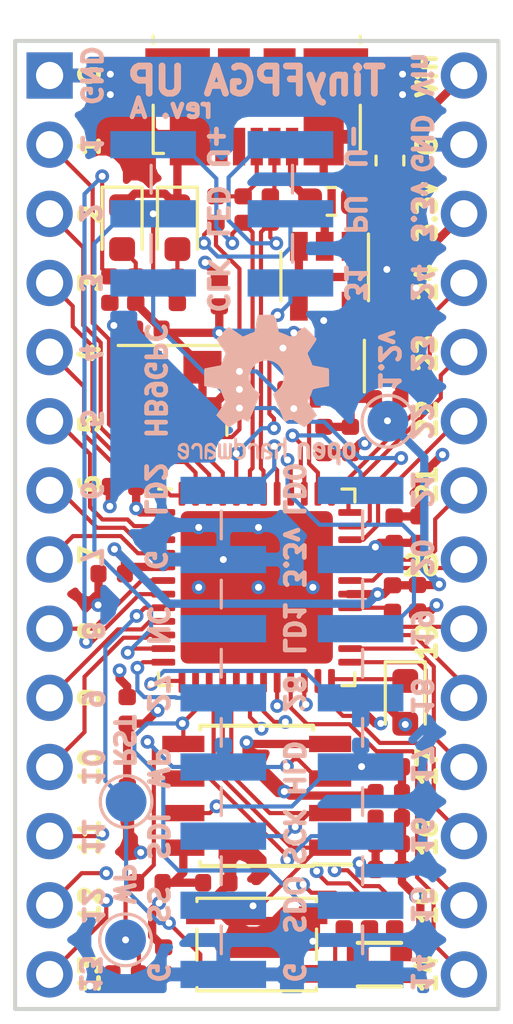
<source format=kicad_pcb>
(kicad_pcb (version 20171130) (host pcbnew "(5.0.1-3-g963ef8bb5)")
  (title_block (title "TinyFPGA UP") (date 2018-11-16) (rev A) (company HB9GPC))
  (layers (0 F.Cu signal) (1 In1.Cu signal) (2 In2.Cu signal) (31 B.Cu signal) (34 B.Paste user hide) (35 F.Paste user hide) (36 B.SilkS user) (37 F.SilkS user) (38 B.Mask user) (39 F.Mask user) (44 Edge.Cuts user))
  (net 0 "")
  (net 1 GND)
  (net 2 +3V3)
  (net 3 "Net-(J3-Pad2)")
  (net 4 "Net-(J3-Pad3)")
  (net 5 SCK)
  (net 6 SDI)
  (net 7 SDO)
  (net 8 SS)
  (net 9 CLK)
  (net 10 LED)
  (net 11 USB_PU)
  (net 12 USB_P)
  (net 13 USB_N)
  (net 14 4A)
  (net 15 2A)
  (net 16 0A)
  (net 17 5B)
  (net 18 3B)
  (net 19 6A)
  (net 20 9B)
  (net 21 8A)
  (net 22 13B)
  (net 23 16A)
  (net 24 18A)
  (net 25 22A)
  (net 26 +5V)
  (net 27 "Net-(J3-Pad1)")
  (net 28 CRESET_B)
  (net 29 24A)
  (net 30 23B)
  (net 31 37A)
  (net 32 36B)
  (net 33 39A)
  (net 34 38B)
  (net 35 41A)
  (net 36 43A)
  (net 37 42B)
  (net 38 44B)
  (net 39 +1V2)
  (net 40 48B)
  (net 41 45A)
  (net 42 "Net-(D3-Pad1)")
  (net 43 "Net-(R4-Pad1)")
  (net 44 CDONE)
  (net 45 31B)
  (net 46 29B)
  (net 47 RGB0)
  (net 48 RGB1)
  (net 49 RGB2)
  (net 50 "Net-(D2-Pad2)")
  (net 51 "Net-(D1-Pad2)")
  (net 52 "Net-(D4-Pad1)")
  (net 53 "Net-(D4-Pad2)")
  (net 54 "Net-(D4-Pad3)")
  (net 55 HOLD)
  (net 56 WP)
  (net 57 25B)
  (module Connector_PinHeader_2.54mm:PinHeader_1x14_P2.54mm_Vertical (layer F.Cu) (at 143.516 97.7991)
    (fp_text reference J1 hide)
    (fp_text value Conn_01x14)
    (pad 14 thru_hole oval (at 0 33.02) (size 1.7 1.7) (drill 1) (layers *.Cu *.Mask) (net 45 31B))
    (pad 13 thru_hole oval (at 0 30.48) (size 1.7 1.7) (drill 1) (layers *.Cu *.Mask) (net 46 29B))
    (pad 12 thru_hole oval (at 0 27.94) (size 1.7 1.7) (drill 1) (layers *.Cu *.Mask) (net 57 25B))
    (pad 11 thru_hole oval (at 0 25.4) (size 1.7 1.7) (drill 1) (layers *.Cu *.Mask) (net 24 18A))
    (pad 10 thru_hole oval (at 0 22.86) (size 1.7 1.7) (drill 1) (layers *.Cu *.Mask) (net 23 16A))
    (pad 9 thru_hole oval (at 0 20.32) (size 1.7 1.7) (drill 1) (layers *.Cu *.Mask) (net 22 13B))
    (pad 8 thru_hole oval (at 0 17.78) (size 1.7 1.7) (drill 1) (layers *.Cu *.Mask) (net 21 8A))
    (pad 7 thru_hole oval (at 0 15.24) (size 1.7 1.7) (drill 1) (layers *.Cu *.Mask) (net 20 9B))
    (pad 6 thru_hole oval (at 0 12.7) (size 1.7 1.7) (drill 1) (layers *.Cu *.Mask) (net 19 6A))
    (pad 5 thru_hole oval (at 0 10.16) (size 1.7 1.7) (drill 1) (layers *.Cu *.Mask) (net 14 4A))
    (pad 4 thru_hole oval (at 0 7.62) (size 1.7 1.7) (drill 1) (layers *.Cu *.Mask) (net 15 2A))
    (pad 3 thru_hole oval (at 0 5.08) (size 1.7 1.7) (drill 1) (layers *.Cu *.Mask) (net 16 0A))
    (pad 2 thru_hole oval (at 0 2.54) (size 1.7 1.7) (drill 1) (layers *.Cu *.Mask) (net 17 5B))
    (pad 1 thru_hole rect (at 0 0) (size 1.7 1.7) (drill 1) (layers *.Cu *.Mask) (net 1 GND))
  )
  (module Connector_PinHeader_2.54mm:PinHeader_2x08_P2.54mm_Vertical_SMD (layer B.Cu) (at 152.431 121.9291 180)
    (fp_text reference J4 hide)
    (fp_text value Conn_02x08)
    (pad 1 smd rect (at -2.525 8.89 180) (size 3.15 1) (layers B.Cu B.Paste B.Mask) (net 47 RGB0))
    (pad 2 smd rect (at 2.525 8.89 180) (size 3.15 1) (layers B.Cu B.Paste B.Mask) (net 49 RGB2))
    (pad 3 smd rect (at -2.525 6.35 180) (size 3.15 1) (layers B.Cu B.Paste B.Mask) (net 2 +3V3))
    (pad 4 smd rect (at 2.525 6.35 180) (size 3.15 1) (layers B.Cu B.Paste B.Mask) (net 1 GND))
    (pad 5 smd rect (at -2.525 3.81 180) (size 3.15 1) (layers B.Cu B.Paste B.Mask) (net 48 RGB1))
    (pad 6 smd rect (at 2.525 3.81 180) (size 3.15 1) (layers B.Cu B.Paste B.Mask))
    (pad 7 smd rect (at -2.525 1.27 180) (size 3.15 1) (layers B.Cu B.Paste B.Mask) (net 29 24A))
    (pad 8 smd rect (at 2.525 1.27 180) (size 3.15 1) (layers B.Cu B.Paste B.Mask) (net 25 22A))
    (pad 9 smd rect (at -2.525 -1.27 180) (size 3.15 1) (layers B.Cu B.Paste B.Mask) (net 55 HOLD))
    (pad 10 smd rect (at 2.525 -1.27 180) (size 3.15 1) (layers B.Cu B.Paste B.Mask) (net 56 WP))
    (pad 11 smd rect (at -2.525 -3.81 180) (size 3.15 1) (layers B.Cu B.Paste B.Mask) (net 5 SCK))
    (pad 12 smd rect (at 2.525 -3.81 180) (size 3.15 1) (layers B.Cu B.Paste B.Mask) (net 6 SDI))
    (pad 13 smd rect (at -2.525 -6.35 180) (size 3.15 1) (layers B.Cu B.Paste B.Mask) (net 7 SDO))
    (pad 14 smd rect (at 2.525 -6.35 180) (size 3.15 1) (layers B.Cu B.Paste B.Mask) (net 8 SS))
    (pad 15 smd rect (at -2.525 -8.89 180) (size 3.15 1) (layers B.Cu B.Paste B.Mask) (net 1 GND))
    (pad 16 smd rect (at 2.525 -8.89 180) (size 3.15 1) (layers B.Cu B.Paste B.Mask) (net 1 GND))
  )
  (module Package_SO:SOIC-8_3.9x4.9mm_P1.27mm (layer F.Cu) (at 151.136 124.2581 180)
    (fp_text reference U5 hide)
    (fp_text value AT25SF081)
    (pad 8 smd rect (at 2.7 -1.905 180) (size 1.55 0.6) (layers F.Cu F.Paste F.Mask) (net 2 +3V3))
    (pad 7 smd rect (at 2.7 -0.635 180) (size 1.55 0.6) (layers F.Cu F.Paste F.Mask) (net 55 HOLD))
    (pad 6 smd rect (at 2.7 0.635 180) (size 1.55 0.6) (layers F.Cu F.Paste F.Mask) (net 5 SCK))
    (pad 5 smd rect (at 2.7 1.905 180) (size 1.55 0.6) (layers F.Cu F.Paste F.Mask) (net 7 SDO))
    (pad 4 smd rect (at -2.7 1.905 180) (size 1.55 0.6) (layers F.Cu F.Paste F.Mask) (net 1 GND))
    (pad 3 smd rect (at -2.7 0.635 180) (size 1.55 0.6) (layers F.Cu F.Paste F.Mask) (net 56 WP))
    (pad 2 smd rect (at -2.7 -0.635 180) (size 1.55 0.6) (layers F.Cu F.Paste F.Mask) (net 6 SDI))
    (pad 1 smd rect (at -2.7 -1.905 180) (size 1.55 0.6) (layers F.Cu F.Paste F.Mask) (net 8 SS))
  )
  (module Connector_PinHeader_2.54mm:PinHeader_1x14_P2.54mm_Vertical (layer F.Cu) (at 158.756 97.7991)
    (fp_text reference J2 hide)
    (fp_text value Conn_01x14)
    (pad 14 thru_hole oval (at 0 33.02) (size 1.7 1.7) (drill 1) (layers *.Cu *.Mask) (net 30 23B))
    (pad 13 thru_hole oval (at 0 30.48) (size 1.7 1.7) (drill 1) (layers *.Cu *.Mask) (net 31 37A))
    (pad 12 thru_hole oval (at 0 27.94) (size 1.7 1.7) (drill 1) (layers *.Cu *.Mask) (net 32 36B))
    (pad 11 thru_hole oval (at 0 25.4) (size 1.7 1.7) (drill 1) (layers *.Cu *.Mask) (net 33 39A))
    (pad 10 thru_hole oval (at 0 22.86) (size 1.7 1.7) (drill 1) (layers *.Cu *.Mask) (net 34 38B))
    (pad 9 thru_hole oval (at 0 20.32) (size 1.7 1.7) (drill 1) (layers *.Cu *.Mask) (net 35 41A))
    (pad 8 thru_hole oval (at 0 17.78) (size 1.7 1.7) (drill 1) (layers *.Cu *.Mask) (net 37 42B))
    (pad 7 thru_hole oval (at 0 15.24) (size 1.7 1.7) (drill 1) (layers *.Cu *.Mask) (net 36 43A))
    (pad 6 thru_hole oval (at 0 12.7) (size 1.7 1.7) (drill 1) (layers *.Cu *.Mask) (net 38 44B))
    (pad 5 thru_hole oval (at 0 10.16) (size 1.7 1.7) (drill 1) (layers *.Cu *.Mask) (net 40 48B))
    (pad 4 thru_hole oval (at 0 7.62) (size 1.7 1.7) (drill 1) (layers *.Cu *.Mask) (net 41 45A))
    (pad 3 thru_hole oval (at 0 5.08) (size 1.7 1.7) (drill 1) (layers *.Cu *.Mask) (net 2 +3V3))
    (pad 2 thru_hole oval (at 0 2.54) (size 1.7 1.7) (drill 1) (layers *.Cu *.Mask) (net 1 GND))
    (pad 1 thru_hole circle (at 0 0) (size 1.7 1.7) (drill 1) (layers *.Cu *.Mask) (net 26 +5V))
  )
  (module Connector_PinHeader_2.54mm:PinHeader_2x03_P2.54mm_Vertical_SMD (layer B.Cu) (at 149.851 102.8791)
    (fp_text reference J5 hide)
    (fp_text value Conn_02x03)
    (pad 1 smd rect (at -2.525 2.54) (size 3.15 1) (layers B.Cu B.Paste B.Mask) (net 9 CLK))
    (pad 2 smd rect (at 2.525 2.54) (size 3.15 1) (layers B.Cu B.Paste B.Mask) (net 18 3B))
    (pad 3 smd rect (at -2.525 0) (size 3.15 1) (layers B.Cu B.Paste B.Mask) (net 10 LED))
    (pad 4 smd rect (at 2.525 0) (size 3.15 1) (layers B.Cu B.Paste B.Mask) (net 11 USB_PU))
    (pad 5 smd rect (at -2.525 -2.54) (size 3.15 1) (layers B.Cu B.Paste B.Mask) (net 12 USB_P))
    (pad 6 smd rect (at 2.525 -2.54) (size 3.15 1) (layers B.Cu B.Paste B.Mask) (net 13 USB_N))
  )
  (module TestPoint:TestPoint_Pad_D1.5mm (layer B.Cu) (at 146.31 129.5491)
    (fp_text reference TP1 hide)
    (fp_text value Test)
    (pad 1 smd circle (at 0 0) (size 1.5 1.5) (layers B.Cu B.Mask) (net 56 WP))
  )
  (module TestPoint:TestPoint_Pad_D1.5mm (layer B.Cu) (at 146.33 124.46991)
    (fp_text reference TP2 hide)
    (fp_text value Test)
    (pad 1 smd circle (at 0 0) (size 1.5 1.5) (layers B.Cu B.Mask) (net 28 CRESET_B))
  )
  (module TestPoint:TestPoint_Pad_D1.5mm (layer B.Cu) (at 155.962 110.4991)
    (fp_text reference TP3 hide)
    (fp_text value Test)
    (pad 1 smd circle (at 0 0) (size 1.5 1.5) (layers B.Cu B.Mask) (net 39 +1V2))
  )
  (module Package_TO_SOT_SMD:SOT-23-5 (layer F.Cu) (at 153.636 105.1731 270)
    (fp_text reference U2 hide)
    (fp_text value MIC5504-3.3)
    (pad 5 smd rect (at 1.1 -0.95 270) (size 1.06 0.65) (layers F.Cu F.Paste F.Mask) (net 2 +3V3))
    (pad 4 smd rect (at 1.1 0.95 270) (size 1.06 0.65) (layers F.Cu F.Paste F.Mask))
    (pad 3 smd rect (at -1.1 0.95 270) (size 1.06 0.65) (layers F.Cu F.Paste F.Mask) (net 26 +5V))
    (pad 2 smd rect (at -1.1 0 270) (size 1.06 0.65) (layers F.Cu F.Paste F.Mask) (net 1 GND))
    (pad 1 smd rect (at -1.1 -0.95 270) (size 1.06 0.65) (layers F.Cu F.Paste F.Mask) (net 26 +5V))
  )
  (module Package_TO_SOT_SMD:SOT-353_SC-70-5 (layer F.Cu) (at 153.936 108.7231 270)
    (fp_text reference U4 hide)
    (fp_text value MIC5365-1.2)
    (pad 5 smd rect (at 0.95 -0.65 270) (size 0.65 0.4) (layers F.Cu F.Paste F.Mask) (net 39 +1V2))
    (pad 4 smd rect (at 0.95 0.65 270) (size 0.65 0.4) (layers F.Cu F.Paste F.Mask))
    (pad 2 smd rect (at -0.95 0 270) (size 0.65 0.4) (layers F.Cu F.Paste F.Mask) (net 1 GND))
    (pad 3 smd rect (at -0.95 0.65 270) (size 0.65 0.4) (layers F.Cu F.Paste F.Mask) (net 2 +3V3))
    (pad 1 smd rect (at -0.95 -0.65 270) (size 0.65 0.4) (layers F.Cu F.Paste F.Mask) (net 2 +3V3))
  )
  (module Package_DFN_QFN:QFN-48-1EP_7x7mm_P0.5mm_EP5.6x5.6mm (layer F.Cu) (at 151.136 116.6)
    (fp_text reference U1 hide)
    (fp_text value iCE40-UP5K-SG48)
    (pad 48 smd roundrect (at -2.75 -3.4375) (size 0.25 0.875) (layers F.Cu F.Paste F.Mask) (net 14 4A))
    (pad 47 smd roundrect (at -2.25 -3.4375) (size 0.25 0.875) (layers F.Cu F.Paste F.Mask) (net 15 2A))
    (pad 46 smd roundrect (at -1.75 -3.4375) (size 0.25 0.875) (layers F.Cu F.Paste F.Mask) (net 16 0A))
    (pad 45 smd roundrect (at -1.25 -3.4375) (size 0.25 0.875) (layers F.Cu F.Paste F.Mask) (net 17 5B))
    (pad 44 smd roundrect (at -0.75 -3.4375) (size 0.25 0.875) (layers F.Cu F.Paste F.Mask) (net 18 3B))
    (pad 43 smd roundrect (at -0.25 -3.4375) (size 0.25 0.875) (layers F.Cu F.Paste F.Mask) (net 12 USB_P))
    (pad 42 smd roundrect (at 0.25 -3.4375) (size 0.25 0.875) (layers F.Cu F.Paste F.Mask) (net 13 USB_N))
    (pad 41 smd roundrect (at 0.75 -3.4375) (size 0.25 0.875) (layers F.Cu F.Paste F.Mask) (net 49 RGB2))
    (pad 40 smd roundrect (at 1.25 -3.4375) (size 0.25 0.875) (layers F.Cu F.Paste F.Mask) (net 48 RGB1))
    (pad 39 smd roundrect (at 1.75 -3.4375) (size 0.25 0.875) (layers F.Cu F.Paste F.Mask) (net 47 RGB0))
    (pad 38 smd roundrect (at 2.25 -3.4375) (size 0.25 0.875) (layers F.Cu F.Paste F.Mask) (net 11 USB_PU))
    (pad 37 smd roundrect (at 2.75 -3.4375) (size 0.25 0.875) (layers F.Cu F.Paste F.Mask) (net 41 45A))
    (pad 36 smd roundrect (at 3.4375 -2.75) (size 0.875 0.25) (layers F.Cu F.Paste F.Mask) (net 40 48B))
    (pad 35 smd roundrect (at 3.4375 -2.25) (size 0.875 0.25) (layers F.Cu F.Paste F.Mask) (net 9 CLK))
    (pad 34 smd roundrect (at 3.4375 -1.75) (size 0.875 0.25) (layers F.Cu F.Paste F.Mask) (net 38 44B))
    (pad 33 smd roundrect (at 3.4375 -1.25) (size 0.875 0.25) (layers F.Cu F.Paste F.Mask) (net 2 +3V3))
    (pad 32 smd roundrect (at 3.4375 -0.75) (size 0.875 0.25) (layers F.Cu F.Paste F.Mask) (net 36 43A))
    (pad 31 smd roundrect (at 3.4375 -0.25) (size 0.875 0.25) (layers F.Cu F.Paste F.Mask) (net 37 42B))
    (pad 30 smd roundrect (at 3.4375 0.25) (size 0.875 0.25) (layers F.Cu F.Paste F.Mask) (net 39 +1V2))
    (pad 29 smd roundrect (at 3.4375 0.75) (size 0.875 0.25) (layers F.Cu F.Paste F.Mask) (net 43 "Net-(R4-Pad1)"))
    (pad 28 smd roundrect (at 3.4375 1.25) (size 0.875 0.25) (layers F.Cu F.Paste F.Mask) (net 35 41A))
    (pad 27 smd roundrect (at 3.4375 1.75) (size 0.875 0.25) (layers F.Cu F.Paste F.Mask) (net 34 38B))
    (pad 26 smd roundrect (at 3.4375 2.25) (size 0.875 0.25) (layers F.Cu F.Paste F.Mask) (net 33 39A))
    (pad 25 smd roundrect (at 3.4375 2.75) (size 0.875 0.25) (layers F.Cu F.Paste F.Mask) (net 32 36B))
    (pad 24 smd roundrect (at 2.75 3.4375) (size 0.25 0.875) (layers F.Cu F.Paste F.Mask) (net 42 "Net-(D3-Pad1)"))
    (pad 23 smd roundrect (at 2.25 3.4375) (size 0.25 0.875) (layers F.Cu F.Paste F.Mask) (net 31 37A))
    (pad 22 smd roundrect (at 1.75 3.4375) (size 0.25 0.875) (layers F.Cu F.Paste F.Mask) (net 2 +3V3))
    (pad 21 smd roundrect (at 1.25 3.4375) (size 0.25 0.875) (layers F.Cu F.Paste F.Mask) (net 30 23B))
    (pad 20 smd roundrect (at 0.75 3.4375) (size 0.25 0.875) (layers F.Cu F.Paste F.Mask) (net 57 25B))
    (pad 19 smd roundrect (at 0.25 3.4375) (size 0.25 0.875) (layers F.Cu F.Paste F.Mask) (net 46 29B))
    (pad 18 smd roundrect (at -0.25 3.4375) (size 0.25 0.875) (layers F.Cu F.Paste F.Mask) (net 45 31B))
    (pad 17 smd roundrect (at -0.75 3.4375) (size 0.25 0.875) (layers F.Cu F.Paste F.Mask) (net 6 SDI))
    (pad 16 smd roundrect (at -1.25 3.4375) (size 0.25 0.875) (layers F.Cu F.Paste F.Mask) (net 8 SS))
    (pad 15 smd roundrect (at -1.75 3.4375) (size 0.25 0.875) (layers F.Cu F.Paste F.Mask) (net 5 SCK))
    (pad 14 smd roundrect (at -2.25 3.4375) (size 0.25 0.875) (layers F.Cu F.Paste F.Mask) (net 7 SDO))
    (pad 13 smd roundrect (at -2.75 3.4375) (size 0.25 0.875) (layers F.Cu F.Paste F.Mask) (net 29 24A))
    (pad 12 smd roundrect (at -3.4375 2.75) (size 0.875 0.25) (layers F.Cu F.Paste F.Mask) (net 25 22A))
    (pad 11 smd roundrect (at -3.4375 2.25) (size 0.875 0.25) (layers F.Cu F.Paste F.Mask) (net 10 LED))
    (pad 10 smd roundrect (at -3.4375 1.75) (size 0.875 0.25) (layers F.Cu F.Paste F.Mask) (net 24 18A))
    (pad 9 smd roundrect (at -3.4375 1.25) (size 0.875 0.25) (layers F.Cu F.Paste F.Mask) (net 23 16A))
    (pad 8 smd roundrect (at -3.4375 0.75) (size 0.875 0.25) (layers F.Cu F.Paste F.Mask) (net 28 CRESET_B))
    (pad 7 smd roundrect (at -3.4375 0.25) (size 0.875 0.25) (layers F.Cu F.Paste F.Mask) (net 44 CDONE))
    (pad 6 smd roundrect (at -3.4375 -0.25) (size 0.875 0.25) (layers F.Cu F.Paste F.Mask) (net 22 13B))
    (pad 5 smd roundrect (at -3.4375 -0.75) (size 0.875 0.25) (layers F.Cu F.Paste F.Mask) (net 39 +1V2))
    (pad 4 smd roundrect (at -3.4375 -1.25) (size 0.875 0.25) (layers F.Cu F.Paste F.Mask) (net 21 8A))
    (pad 3 smd roundrect (at -3.4375 -1.75) (size 0.875 0.25) (layers F.Cu F.Paste F.Mask) (net 20 9B))
    (pad 2 smd roundrect (at -3.4375 -2.25) (size 0.875 0.25) (layers F.Cu F.Paste F.Mask) (net 19 6A))
    (pad 1 smd roundrect (at -3.4375 -2.75) (size 0.875 0.25) (layers F.Cu F.Paste F.Mask) (net 2 +3V3))
    (pad 49 smd roundrect (at 0 0) (size 5.6 5.6) (layers F.Cu F.Mask) (roundrect_rratio 0.044643) (net 1 GND))
  )
  (module Connector_USB:USB_Micro-B_Molex_47346-0001 (layer F.Cu) (at 151.136 98.95 180)
    (fp_text reference J3 hide)
    (fp_text value USB_B_Micro)
    (pad 6 smd rect (at 0.84 1.2 180) (size 1.175 1.9) (layers F.Cu F.Paste F.Mask) (net 1 GND))
    (pad 6 smd rect (at -0.84 1.2 180) (size 1.175 1.9) (layers F.Cu F.Paste F.Mask) (net 1 GND))
    (pad 6 smd rect (at 2.91 1.2 180) (size 2.375 1.9) (layers F.Cu F.Paste F.Mask) (net 1 GND))
    (pad 6 smd rect (at -2.91 1.2 180) (size 2.375 1.9) (layers F.Cu F.Paste F.Mask) (net 1 GND))
    (pad 6 smd rect (at 2.4625 -1.1 180) (size 1.475 2.1) (layers F.Cu F.Paste F.Mask) (net 1 GND))
    (pad 6 smd rect (at -2.4625 -1.1 180) (size 1.475 2.1) (layers F.Cu F.Paste F.Mask) (net 1 GND))
    (pad 5 smd rect (at 1.3 -1.46 180) (size 0.45 1.38) (layers F.Cu F.Paste F.Mask) (net 1 GND))
    (pad 4 smd rect (at 0.65 -1.46 180) (size 0.45 1.38) (layers F.Cu F.Paste F.Mask))
    (pad 3 smd rect (at 0 -1.46 180) (size 0.45 1.38) (layers F.Cu F.Paste F.Mask) (net 4 "Net-(J3-Pad3)"))
    (pad 2 smd rect (at -0.65 -1.46 180) (size 0.45 1.38) (layers F.Cu F.Paste F.Mask) (net 3 "Net-(J3-Pad2)"))
    (pad 1 smd rect (at -1.3 -1.46 180) (size 0.45 1.38) (layers F.Cu F.Paste F.Mask) (net 27 "Net-(J3-Pad1)"))
  )
  (module Resistor_SMD:R_0402_1005Metric (layer F.Cu) (at 149.636 102.7231 90)
    (fp_text reference R1 hide)
    (fp_text value 1.5k)
    (pad 2 smd roundrect (at 0.485 0 90) (size 0.59 0.64) (layers F.Cu F.Paste F.Mask) (net 4 "Net-(J3-Pad3)"))
    (pad 1 smd roundrect (at -0.485 0 90) (size 0.59 0.64) (layers F.Cu F.Paste F.Mask) (net 11 USB_PU))
  )
  (module Resistor_SMD:R_0402_1005Metric (layer F.Cu) (at 150.636 102.7231 90)
    (fp_text reference R2 hide)
    (fp_text value 68)
    (pad 2 smd roundrect (at 0.485 0 90) (size 0.59 0.64) (layers F.Cu F.Paste F.Mask) (net 4 "Net-(J3-Pad3)"))
    (pad 1 smd roundrect (at -0.485 0 90) (size 0.59 0.64) (layers F.Cu F.Paste F.Mask) (net 12 USB_P))
  )
  (module Resistor_SMD:R_0402_1005Metric (layer F.Cu) (at 151.636 102.7231 90)
    (fp_text reference R3 hide)
    (fp_text value 68)
    (pad 2 smd roundrect (at 0.485 0 90) (size 0.59 0.64) (layers F.Cu F.Paste F.Mask) (net 3 "Net-(J3-Pad2)"))
    (pad 1 smd roundrect (at -0.485 0 90) (size 0.59 0.64) (layers F.Cu F.Paste F.Mask) (net 13 USB_N))
  )
  (module Capacitor_SMD:C_0603_1608Metric (layer F.Cu) (at 156.036 100.9231 90)
    (fp_text reference C17 hide)
    (fp_text value 10uF)
    (pad 2 smd roundrect (at 0.7875 0 90) (size 0.875 0.95) (layers F.Cu F.Paste F.Mask) (net 1 GND))
    (pad 1 smd roundrect (at -0.7875 0 90) (size 0.875 0.95) (layers F.Cu F.Paste F.Mask) (net 26 +5V))
  )
  (module Inductor_SMD:L_0603_1608Metric (layer F.Cu) (at 153.886 102.4231 180)
    (fp_text reference L1 hide)
    (fp_text value 30)
    (pad 2 smd roundrect (at 0.7875 0 180) (size 0.875 0.95) (layers F.Cu F.Paste F.Mask) (net 27 "Net-(J3-Pad1)"))
    (pad 1 smd roundrect (at -0.7875 0 180) (size 0.875 0.95) (layers F.Cu F.Paste F.Mask) (net 26 +5V))
  )
  (module Capacitor_SMD:C_0402_1005Metric (layer F.Cu) (at 155.936 104.075)
    (fp_text reference C1 hide)
    (fp_text value 1uF)
    (pad 2 smd roundrect (at 0.485 0) (size 0.59 0.64) (layers F.Cu F.Paste F.Mask) (net 1 GND))
    (pad 1 smd roundrect (at -0.485 0) (size 0.59 0.64) (layers F.Cu F.Paste F.Mask) (net 26 +5V))
  )
  (module Capacitor_SMD:C_0402_1005Metric (layer F.Cu) (at 155.936 107.775)
    (fp_text reference C2 hide)
    (fp_text value 1uF)
    (pad 2 smd roundrect (at 0.485 0) (size 0.59 0.64) (layers F.Cu F.Paste F.Mask) (net 1 GND))
    (pad 1 smd roundrect (at -0.485 0) (size 0.59 0.64) (layers F.Cu F.Paste F.Mask) (net 2 +3V3))
  )
  (module Capacitor_SMD:C_0402_1005Metric (layer F.Cu) (at 155.936 109.675)
    (fp_text reference C3 hide)
    (fp_text value 1uF)
    (pad 2 smd roundrect (at 0.485 0) (size 0.59 0.64) (layers F.Cu F.Paste F.Mask) (net 1 GND))
    (pad 1 smd roundrect (at -0.485 0) (size 0.59 0.64) (layers F.Cu F.Paste F.Mask) (net 39 +1V2))
  )
  (module Capacitor_SMD:C_0402_1005Metric (layer F.Cu) (at 155.936 106.275)
    (fp_text reference C4 hide)
    (fp_text value 1uF)
    (pad 2 smd roundrect (at 0.485 0) (size 0.59 0.64) (layers F.Cu F.Paste F.Mask) (net 1 GND))
    (pad 1 smd roundrect (at -0.485 0) (size 0.59 0.64) (layers F.Cu F.Paste F.Mask) (net 2 +3V3))
  )
  (module Capacitor_SMD:C_0402_1005Metric (layer F.Cu) (at 147.15 107.12 180)
    (fp_text reference C5 hide)
    (fp_text value 100nF)
    (pad 2 smd roundrect (at 0.485 0 180) (size 0.59 0.64) (layers F.Cu F.Paste F.Mask) (net 1 GND))
    (pad 1 smd roundrect (at -0.485 0 180) (size 0.59 0.64) (layers F.Cu F.Paste F.Mask) (net 2 +3V3))
  )
  (module Capacitor_SMD:C_0402_1005Metric (layer F.Cu) (at 149.65 127.45)
    (fp_text reference C8 hide)
    (fp_text value 100nF)
    (pad 2 smd roundrect (at 0.485 0) (size 0.59 0.64) (layers F.Cu F.Paste F.Mask) (net 1 GND))
    (pad 1 smd roundrect (at -0.485 0) (size 0.59 0.64) (layers F.Cu F.Paste F.Mask) (net 2 +3V3))
  )
  (module LED_SMD:LED_0603_1608Metric (layer F.Cu) (at 146.183 103.3871 270)
    (fp_text reference D1 hide)
    (fp_text value LED)
    (pad 2 smd roundrect (at 0.7875 0 270) (size 0.875 0.95) (layers F.Cu F.Paste F.Mask) (net 51 "Net-(D1-Pad2)"))
    (pad 1 smd roundrect (at -0.7875 0 270) (size 0.875 0.95) (layers F.Cu F.Paste F.Mask) (net 1 GND))
  )
  (module LED_SMD:LED_0603_1608Metric (layer F.Cu) (at 148.218 103.3871 270)
    (fp_text reference D2 hide)
    (fp_text value LED)
    (pad 2 smd roundrect (at 0.7875 0 270) (size 0.875 0.95) (layers F.Cu F.Paste F.Mask) (net 50 "Net-(D2-Pad2)"))
    (pad 1 smd roundrect (at -0.7875 0 270) (size 0.875 0.95) (layers F.Cu F.Paste F.Mask) (net 1 GND))
  )
  (module Resistor_SMD:R_0402_1005Metric (layer F.Cu) (at 155.9941 125.0823 180)
    (fp_text reference R5 hide)
    (fp_text value 10k)
    (pad 2 smd roundrect (at 0.485 0 180) (size 0.59 0.64) (layers F.Cu F.Paste F.Mask) (net 8 SS))
    (pad 1 smd roundrect (at -0.485 0 180) (size 0.59 0.64) (layers F.Cu F.Paste F.Mask) (net 2 +3V3))
  )
  (module Resistor_SMD:R_0402_1005Metric (layer F.Cu) (at 147.7137 130.31 270)
    (fp_text reference R6 hide)
    (fp_text value 10k)
    (pad 2 smd roundrect (at 0.485 0 270) (size 0.59 0.64) (layers F.Cu F.Paste F.Mask) (net 28 CRESET_B))
    (pad 1 smd roundrect (at -0.485 0 270) (size 0.59 0.64) (layers F.Cu F.Paste F.Mask) (net 2 +3V3))
  )
  (module Resistor_SMD:R_0402_1005Metric (layer F.Cu) (at 147.185 127.45 180)
    (fp_text reference R7 hide)
    (fp_text value 10k)
    (pad 2 smd roundrect (at 0.485 0 180) (size 0.59 0.64) (layers F.Cu F.Paste F.Mask) (net 56 WP))
    (pad 1 smd roundrect (at -0.485 0 180) (size 0.59 0.64) (layers F.Cu F.Paste F.Mask) (net 2 +3V3))
  )
  (module Resistor_SMD:R_0402_1005Metric (layer F.Cu) (at 146.685 105.664 90)
    (fp_text reference R8 hide)
    (fp_text value 2.2k)
    (pad 2 smd roundrect (at 0.485 0 90) (size 0.59 0.64) (layers F.Cu F.Paste F.Mask) (net 51 "Net-(D1-Pad2)"))
    (pad 1 smd roundrect (at -0.485 0 90) (size 0.59 0.64) (layers F.Cu F.Paste F.Mask) (net 2 +3V3))
  )
  (module Resistor_SMD:R_0402_1005Metric (layer F.Cu) (at 148.215 105.6731 90)
    (fp_text reference R9 hide)
    (fp_text value 1k)
    (pad 2 smd roundrect (at 0.485 0 90) (size 0.59 0.64) (layers F.Cu F.Paste F.Mask) (net 50 "Net-(D2-Pad2)"))
    (pad 1 smd roundrect (at -0.485 0 90) (size 0.59 0.64) (layers F.Cu F.Paste F.Mask) (net 10 LED))
  )
  (module Resistor_SMD:R_0402_1005Metric (layer F.Cu) (at 155.9941 123.19254 180)
    (fp_text reference R10 hide)
    (fp_text value 10k)
    (pad 2 smd roundrect (at 0.485 0 180) (size 0.59 0.64) (layers F.Cu F.Paste F.Mask) (net 55 HOLD))
    (pad 1 smd roundrect (at -0.485 0 180) (size 0.59 0.64) (layers F.Cu F.Paste F.Mask) (net 2 +3V3))
  )
  (module Button_Switch_SMD:SW_SPST_PTS810 (layer F.Cu) (at 151.136 129.7231)
    (fp_text reference SW1 hide)
    (fp_text value SW_Push)
    (pad 2 smd rect (at 2.075 1.075) (size 1.05 0.65) (layers F.Cu F.Paste F.Mask) (net 28 CRESET_B))
    (pad 2 smd rect (at -2.075 1.075) (size 1.05 0.65) (layers F.Cu F.Paste F.Mask) (net 28 CRESET_B))
    (pad 1 smd rect (at 2.075 -1.075) (size 1.05 0.65) (layers F.Cu F.Paste F.Mask) (net 1 GND))
    (pad 1 smd rect (at -2.075 -1.075) (size 1.05 0.65) (layers F.Cu F.Paste F.Mask) (net 1 GND))
  )
  (module Crystal:Crystal_SMD_3225-4Pin_3.2x2.5mm (layer F.Cu) (at 148.039614 109.364854 180)
    (fp_text reference U3 hide)
    (fp_text value DSC6001CI2A)
    (pad 4 smd rect (at -1.1 -0.85 180) (size 1.4 1.2) (layers F.Cu F.Paste F.Mask) (net 2 +3V3))
    (pad 3 smd rect (at 1.1 -0.85 180) (size 1.4 1.2) (layers F.Cu F.Paste F.Mask) (net 9 CLK))
    (pad 2 smd rect (at 1.1 0.85 180) (size 1.4 1.2) (layers F.Cu F.Paste F.Mask) (net 1 GND))
    (pad 1 smd rect (at -1.1 0.85 180) (size 1.4 1.2) (layers F.Cu F.Paste F.Mask) (net 2 +3V3))
  )
  (module Diode_SMD:D_0603_1608Metric (layer F.Cu) (at 156.6 120.825 270)
    (fp_text reference D3 hide)
    (fp_text value CDSU4148)
    (pad 2 smd roundrect (at 0.7875 0 270) (size 0.875 0.95) (layers F.Cu F.Paste F.Mask) (net 2 +3V3))
    (pad 1 smd roundrect (at -0.7875 0 270) (size 0.875 0.95) (layers F.Cu F.Paste F.Mask) (net 42 "Net-(D3-Pad1)"))
  )
  (module Resistor_SMD:R_0402_1005Metric (layer F.Cu) (at 156.13 117.01 90)
    (fp_text reference R4 hide)
    (fp_text value 100)
    (pad 2 smd roundrect (at 0.485 0 90) (size 0.59 0.64) (layers F.Cu F.Paste F.Mask) (net 39 +1V2))
    (pad 1 smd roundrect (at -0.485 0 90) (size 0.59 0.64) (layers F.Cu F.Paste F.Mask) (net 43 "Net-(R4-Pad1)"))
  )
  (module Capacitor_SMD:C_0402_1005Metric (layer F.Cu) (at 157.05 117 270)
    (fp_text reference C6 hide)
    (fp_text value 10uF)
    (pad 2 smd roundrect (at 0.485 0 270) (size 0.59 0.64) (layers F.Cu F.Paste F.Mask) (net 1 GND))
    (pad 1 smd roundrect (at -0.485 0 270) (size 0.59 0.64) (layers F.Cu F.Paste F.Mask) (net 39 +1V2))
  )
  (module Capacitor_SMD:C_0402_1005Metric (layer F.Cu) (at 155.085 120.7 180)
    (fp_text reference C7 hide)
    (fp_text value 100nF)
    (pad 2 smd roundrect (at 0.485 0 180) (size 0.59 0.64) (layers F.Cu F.Paste F.Mask) (net 1 GND))
    (pad 1 smd roundrect (at -0.485 0 180) (size 0.59 0.64) (layers F.Cu F.Paste F.Mask) (net 2 +3V3))
  )
  (module Capacitor_SMD:C_0402_1005Metric (layer F.Cu) (at 154.58 111.19 270)
    (fp_text reference C9 hide)
    (fp_text value 100nF)
    (pad 2 smd roundrect (at 0.485 0 270) (size 0.59 0.64) (layers F.Cu F.Paste F.Mask) (net 1 GND))
    (pad 1 smd roundrect (at -0.485 0 270) (size 0.59 0.64) (layers F.Cu F.Paste F.Mask) (net 39 +1V2))
  )
  (module Capacitor_SMD:C_0402_1005Metric (layer F.Cu) (at 145.8 116.1 180)
    (fp_text reference C10 hide)
    (fp_text value 10nF)
    (pad 2 smd roundrect (at 0.485 0 180) (size 0.59 0.64) (layers F.Cu F.Paste F.Mask) (net 1 GND))
    (pad 1 smd roundrect (at -0.485 0 180) (size 0.59 0.64) (layers F.Cu F.Paste F.Mask) (net 39 +1V2))
  )
  (module Capacitor_SMD:C_0402_1005Metric (layer F.Cu) (at 156.19 114.48 90)
    (fp_text reference C11 hide)
    (fp_text value 10nF)
    (pad 2 smd roundrect (at 0.485 0 90) (size 0.59 0.64) (layers F.Cu F.Paste F.Mask) (net 1 GND))
    (pad 1 smd roundrect (at -0.485 0 90) (size 0.59 0.64) (layers F.Cu F.Paste F.Mask) (net 2 +3V3))
  )
  (module Capacitor_SMD:C_0402_1005Metric (layer F.Cu) (at 155.9941 124.1425 180)
    (fp_text reference C12 hide)
    (fp_text value 10nF)
    (pad 2 smd roundrect (at 0.485 0 180) (size 0.59 0.64) (layers F.Cu F.Paste F.Mask) (net 1 GND))
    (pad 1 smd roundrect (at -0.485 0 180) (size 0.59 0.64) (layers F.Cu F.Paste F.Mask) (net 2 +3V3))
  )
  (module Capacitor_SMD:C_0402_1005Metric (layer F.Cu) (at 146.215 112.9 180)
    (fp_text reference C13 hide)
    (fp_text value 1uF)
    (pad 2 smd roundrect (at 0.485 0 180) (size 0.59 0.64) (layers F.Cu F.Paste F.Mask) (net 1 GND))
    (pad 1 smd roundrect (at -0.485 0 180) (size 0.59 0.64) (layers F.Cu F.Paste F.Mask) (net 2 +3V3))
  )
  (module Capacitor_SMD:C_0402_1005Metric (layer F.Cu) (at 153.61 111.19 270)
    (fp_text reference C14 hide)
    (fp_text value 100nF)
    (pad 2 smd roundrect (at 0.485 0 270) (size 0.59 0.64) (layers F.Cu F.Paste F.Mask) (net 1 GND))
    (pad 1 smd roundrect (at -0.485 0 270) (size 0.59 0.64) (layers F.Cu F.Paste F.Mask) (net 39 +1V2))
  )
  (module Capacitor_SMD:C_0402_1005Metric (layer F.Cu) (at 157.1 114.48 90)
    (fp_text reference C15 hide)
    (fp_text value 100nF)
    (pad 2 smd roundrect (at 0.485 0 90) (size 0.59 0.64) (layers F.Cu F.Paste F.Mask) (net 1 GND))
    (pad 1 smd roundrect (at -0.485 0 90) (size 0.59 0.64) (layers F.Cu F.Paste F.Mask) (net 2 +3V3))
  )
  (module Capacitor_SMD:C_0402_1005Metric (layer F.Cu) (at 146.37 121.12 90)
    (fp_text reference C16 hide)
    (fp_text value 100nF)
    (pad 2 smd roundrect (at 0.485 0 90) (size 0.59 0.64) (layers F.Cu F.Paste F.Mask) (net 1 GND))
    (pad 1 smd roundrect (at -0.485 0 90) (size 0.59 0.64) (layers F.Cu F.Paste F.Mask) (net 2 +3V3))
  )
  (module Capacitor_SMD:C_0402_1005Metric (layer F.Cu) (at 146.375 124.4 270)
    (fp_text reference C18 hide)
    (fp_text value 100nF)
    (pad 2 smd roundrect (at 0.485 0 270) (size 0.59 0.64) (layers F.Cu F.Paste F.Mask) (net 1 GND))
    (pad 1 smd roundrect (at -0.485 0 270) (size 0.59 0.64) (layers F.Cu F.Paste F.Mask) (net 2 +3V3))
  )
  (module Capacitor_SMD:C_0402_1005Metric (layer F.Cu) (at 152.2095 108.8263 90)
    (fp_text reference C19 hide)
    (fp_text value 1uF)
    (pad 2 smd roundrect (at 0.485 0 90) (size 0.59 0.64) (layers F.Cu F.Paste F.Mask) (net 1 GND))
    (pad 1 smd roundrect (at -0.485 0 90) (size 0.59 0.64) (layers F.Cu F.Paste F.Mask) (net 39 +1V2))
  )
  (module Capacitor_SMD:C_0402_1005Metric (layer F.Cu) (at 149.7584 105.7934 90)
    (fp_text reference C20 hide)
    (fp_text value 1uF)
    (pad 2 smd roundrect (at 0.485 0 90) (size 0.59 0.64) (layers F.Cu F.Paste F.Mask) (net 1 GND))
    (pad 1 smd roundrect (at -0.485 0 90) (size 0.59 0.64) (layers F.Cu F.Paste F.Mask) (net 2 +3V3))
  )
  (module Capacitor_SMD:C_0402_1005Metric (layer F.Cu) (at 155.9941 126.9619 180)
    (fp_text reference C21 hide)
    (fp_text value 1uF)
    (pad 2 smd roundrect (at 0.485 0 180) (size 0.59 0.64) (layers F.Cu F.Paste F.Mask) (net 1 GND))
    (pad 1 smd roundrect (at -0.485 0 180) (size 0.59 0.64) (layers F.Cu F.Paste F.Mask) (net 2 +3V3))
  )
  (module Capacitor_SMD:C_0402_1005Metric (layer F.Cu) (at 155.9941 126.0221 180)
    (fp_text reference C22 hide)
    (fp_text value 10nF)
    (pad 2 smd roundrect (at 0.485 0 180) (size 0.59 0.64) (layers F.Cu F.Paste F.Mask) (net 1 GND))
    (pad 1 smd roundrect (at -0.485 0 180) (size 0.59 0.64) (layers F.Cu F.Paste F.Mask) (net 2 +3V3))
  )
  (module Resistor_SMD:R_0402_1005Metric (layer F.Cu) (at 145.7325 105.664 90)
    (fp_text reference R11 hide)
    (fp_text value 0)
    (pad 2 smd roundrect (at 0.485 0 90) (size 0.59 0.64) (layers F.Cu F.Paste F.Mask) (net 44 CDONE))
    (pad 1 smd roundrect (at -0.485 0 90) (size 0.59 0.64) (layers F.Cu F.Paste F.Mask) (net 51 "Net-(D1-Pad2)"))
  )
  (module Resistor_SMD:R_0402_1005Metric (layer F.Cu) (at 156.21 128.6383 270)
    (fp_text reference R12 hide)
    (fp_text value 1k)
    (pad 2 smd roundrect (at 0.485 0 270) (size 0.59 0.64) (layers F.Cu F.Paste F.Mask) (net 54 "Net-(D4-Pad3)"))
    (pad 1 smd roundrect (at -0.485 0 270) (size 0.59 0.64) (layers F.Cu F.Paste F.Mask) (net 47 RGB0))
  )
  (module Resistor_SMD:R_0402_1005Metric (layer F.Cu) (at 155.2829 128.6383 270)
    (fp_text reference R13 hide)
    (fp_text value 1k)
    (pad 2 smd roundrect (at 0.485 0 270) (size 0.59 0.64) (layers F.Cu F.Paste F.Mask) (net 53 "Net-(D4-Pad2)"))
    (pad 1 smd roundrect (at -0.485 0 270) (size 0.59 0.64) (layers F.Cu F.Paste F.Mask) (net 48 RGB1))
  )
  (module Resistor_SMD:R_0402_1005Metric (layer F.Cu) (at 154.3558 128.6383 270)
    (fp_text reference R14 hide)
    (fp_text value 1k)
    (pad 2 smd roundrect (at 0.485 0 270) (size 0.59 0.64) (layers F.Cu F.Paste F.Mask) (net 52 "Net-(D4-Pad1)"))
    (pad 1 smd roundrect (at -0.485 0 270) (size 0.59 0.64) (layers F.Cu F.Paste F.Mask) (net 49 RGB2))
  )
  (module DRA818:LTST-C19HE1WT (layer F.Cu) (at 155.65 130.46 90)
    (fp_text reference D4 hide)
    (fp_text value RGB)
    (pad 4 smd rect (at -0.4 0.8 90) (size 0.55 0.8) (layers F.Cu F.Paste F.Mask) (net 2 +3V3))
    (pad 3 smd rect (at 0.4 0.8 90) (size 0.55 0.8) (layers F.Cu F.Paste F.Mask) (net 54 "Net-(D4-Pad3)"))
    (pad 2 smd rect (at 0.4 -0.8 90) (size 0.55 0.8) (layers F.Cu F.Paste F.Mask) (net 53 "Net-(D4-Pad2)"))
    (pad 1 smd rect (at -0.4 -0.8 90) (size 0.55 0.8) (layers F.Cu F.Paste F.Mask) (net 52 "Net-(D4-Pad1)"))
  )
  (module Resistor_SMD:R_0402_1005Metric (layer F.Cu) (at 146.315 130.8 180)
    (fp_text reference R15 hide)
    (fp_text value DNP hide)
    (pad 1 smd roundrect (at -0.485 0 180) (size 0.59 0.64) (layers F.Cu F.Paste F.Mask) (net 56 WP))
    (pad 2 smd roundrect (at 0.485 0 180) (size 0.59 0.64) (layers F.Cu F.Paste F.Mask) (net 1 GND))
  )
  (module Resistor_SMD:R_0402_1005Metric (layer B.Cu) (at 154.96 121.93 270)
    (fp_text reference R16 hide)
    (fp_text value 0)
    (pad 1 smd roundrect (at -0.485 0 270) (size 0.59 0.64) (layers B.Cu B.Paste B.Mask) (net 29 24A))
    (pad 2 smd roundrect (at 0.485 0 270) (size 0.59 0.64) (layers B.Cu B.Paste B.Mask) (net 55 HOLD))
  )
  (module Resistor_SMD:R_0402_1005Metric (layer B.Cu) (at 149.91 121.93 270)
    (fp_text reference R17 hide)
    (fp_text value 0)
    (pad 2 smd roundrect (at 0.485 0 270) (size 0.59 0.64) (layers B.Cu B.Paste B.Mask) (net 56 WP))
    (pad 1 smd roundrect (at -0.485 0 270) (size 0.59 0.64) (layers B.Cu B.Paste B.Mask) (net 25 22A))
  )
  (module Symbol:OSHW-Logo2_7.3x6mm_SilkScreen (layer B.Cu) (at 151.5 109.35 180)
    (fp_text reference REF** hide)
    (fp_text value OSHW-Logo2_7.3x6mm_SilkScreen hide)
  )
  (gr_text HB9GPC (at 147.4 109 270) (layer B.SilkS) (effects (font (size 0.7 0.7) (thickness 0.175)) (justify mirror)))
  (gr_text "rev. A" (at 148 99) (layer B.SilkS) (effects (font (size 0.7 0.7) (thickness 0.175)) (justify mirror)))
  (gr_text 13 (at 145 130.8 90) (layer F.SilkS) (effects (font (size 0.7 0.7) (thickness 0.175))))
  (gr_text 19 (at 157.4 118.6 90) (layer F.SilkS) (effects (font (size 0.7 0.7) (thickness 0.175))))
  (gr_text 20 (at 157.2 115.8) (layer F.SilkS) (effects (font (size 0.7 0.7) (thickness 0.175))))
  (gr_text 17 (at 157.4 123.2 90) (layer F.SilkS) (effects (font (size 0.7 0.7) (thickness 0.175))))
  (gr_text 16 (at 157.4 125.8 90) (layer F.SilkS) (effects (font (size 0.7 0.7) (thickness 0.175))))
  (gr_text 15 (at 157.4 128.3 90) (layer F.SilkS) (effects (font (size 0.7 0.7) (thickness 0.175))))
  (gr_text 14 (at 157.4 130.8 90) (layer F.SilkS) (effects (font (size 0.7 0.7) (thickness 0.175))))
  (gr_text Vin (at 157.4 97.8 90) (layer F.SilkS) (effects (font (size 0.7 0.7) (thickness 0.175))))
  (gr_text G (at 157.4 100.4 90) (layer F.SilkS) (effects (font (size 0.7 0.7) (thickness 0.175))))
  (gr_text 3.3v (at 157.4 102.8 90) (layer F.SilkS) (effects (font (size 0.7 0.7) (thickness 0.175))))
  (gr_text 24 (at 157.4 105.4 90) (layer F.SilkS) (effects (font (size 0.7 0.7) (thickness 0.175))))
  (gr_text 23 (at 157.4 108 90) (layer F.SilkS) (effects (font (size 0.7 0.7) (thickness 0.175))))
  (gr_text 22 (at 157.4 110.4 90) (layer F.SilkS) (effects (font (size 0.7 0.7) (thickness 0.175))))
  (gr_text 21 (at 157.4 112.8 90) (layer F.SilkS) (effects (font (size 0.7 0.7) (thickness 0.175))))
  (gr_text 12 (at 145 128.25 90) (layer F.SilkS) (effects (font (size 0.7 0.7) (thickness 0.175))))
  (gr_text 11 (at 145 125.8 90) (layer F.SilkS) (effects (font (size 0.7 0.7) (thickness 0.175))))
  (gr_text 10 (at 145 123.2 90) (layer F.SilkS) (effects (font (size 0.7 0.7) (thickness 0.175))))
  (gr_text 9 (at 145 120.65 90) (layer F.SilkS) (effects (font (size 0.7 0.7) (thickness 0.175))))
  (gr_text 8 (at 145 118.2 90) (layer F.SilkS) (effects (font (size 0.7 0.7) (thickness 0.175))))
  (gr_text 7 (at 145 115.4 90) (layer F.SilkS) (effects (font (size 0.7 0.7) (thickness 0.175))))
  (gr_text 6 (at 145 112.8 90) (layer F.SilkS) (effects (font (size 0.7 0.7) (thickness 0.175))))
  (gr_text 5 (at 145 110.6 90) (layer F.SilkS) (effects (font (size 0.7 0.7) (thickness 0.175))))
  (gr_text 4 (at 145 108 90) (layer F.SilkS) (effects (font (size 0.7 0.7) (thickness 0.175))))
  (gr_text 3 (at 145 105.4 90) (layer F.SilkS) (effects (font (size 0.7 0.7) (thickness 0.175))))
  (gr_text 2 (at 145 102.9 90) (layer F.SilkS) (effects (font (size 0.7 0.7) (thickness 0.175))))
  (gr_text 1 (at 145 100.4 90) (layer F.SilkS) (effects (font (size 0.7 0.7) (thickness 0.175))))
  (gr_text G (at 145 97.8 90) (layer F.SilkS) (effects (font (size 0.7 0.7) (thickness 0.175))))
  (gr_text WP (at 147.5 123.25 270) (layer B.SilkS) (effects (font (size 0.7 0.7) (thickness 0.175)) (justify mirror)))
  (gr_text LD0 (at 152.5 113 270) (layer B.SilkS) (effects (font (size 0.7 0.7) (thickness 0.175)) (justify mirror)))
  (gr_text 3.3v (at 152.5 115.5 270) (layer B.SilkS) (effects (font (size 0.7 0.7) (thickness 0.175)) (justify mirror)))
  (gr_text LD1 (at 152.5 118.1 270) (layer B.SilkS) (effects (font (size 0.7 0.7) (thickness 0.175)) (justify mirror)))
  (gr_text 28 (at 152.5 120.5 270) (layer B.SilkS) (effects (font (size 0.7 0.7) (thickness 0.175)) (justify mirror)))
  (gr_text HLD (at 152.5 123.25 270) (layer B.SilkS) (effects (font (size 0.7 0.7) (thickness 0.175)) (justify mirror)))
  (gr_text SCK (at 152.5 125.75 270) (layer B.SilkS) (effects (font (size 0.7 0.7) (thickness 0.175)) (justify mirror)))
  (gr_text SDO (at 152.5 128.25 270) (layer B.SilkS) (effects (font (size 0.7 0.7) (thickness 0.175)) (justify mirror)))
  (gr_text G (at 152.5 130.75 270) (layer B.SilkS) (effects (font (size 0.7 0.7) (thickness 0.175)) (justify mirror)))
  (gr_text SDI (at 147.5 125.75 270) (layer B.SilkS) (effects (font (size 0.7 0.7) (thickness 0.175)) (justify mirror)))
  (gr_text SS (at 147.5 128.25 270) (layer B.SilkS) (effects (font (size 0.7 0.7) (thickness 0.175)) (justify mirror)))
  (gr_text G (at 147.5 130.75 270) (layer B.SilkS) (effects (font (size 0.7 0.7) (thickness 0.175)) (justify mirror)))
  (gr_text 27 (at 147.5 120.5 270) (layer B.SilkS) (effects (font (size 0.7 0.7) (thickness 0.175)) (justify mirror)))
  (gr_text NC (at 147.5 118 270) (layer B.SilkS) (effects (font (size 0.7 0.7) (thickness 0.175)) (justify mirror)))
  (gr_text G (at 147.4 115.6 270) (layer B.SilkS) (effects (font (size 0.7 0.7) (thickness 0.175)) (justify mirror)))
  (gr_text LD2 (at 147.4 113 270) (layer B.SilkS) (effects (font (size 0.7 0.7) (thickness 0.175)) (justify mirror)))
  (gr_text 31 (at 154.75 105.4 270) (layer B.SilkS) (effects (font (size 0.7 0.7) (thickness 0.175)) (justify mirror)))
  (gr_text PU (at 154.75 102.9 270) (layer B.SilkS) (effects (font (size 0.7 0.7) (thickness 0.175)) (justify mirror)))
  (gr_text U- (at 154.75 100.4 270) (layer B.SilkS) (effects (font (size 0.7 0.7) (thickness 0.175)) (justify mirror)))
  (gr_text CLK (at 149.7 105.5 270) (layer B.SilkS) (effects (font (size 0.7 0.7) (thickness 0.175)) (justify mirror)))
  (gr_text LED (at 149.7 102.8 270) (layer B.SilkS) (effects (font (size 0.7 0.7) (thickness 0.175)) (justify mirror)))
  (gr_text U+ (at 149.7 100.4 270) (layer B.SilkS) (effects (font (size 0.7 0.7) (thickness 0.175)) (justify mirror)))
  (gr_text 1.2v (at 156 108.25 270) (layer B.SilkS) (effects (font (size 0.7 0.7) (thickness 0.175)) (justify mirror)))
  (gr_text RST (at 146.25 122.25 270) (layer B.SilkS) (effects (font (size 0.7 0.7) (thickness 0.175)) (justify mirror)))
  (gr_text WP (at 146.25 127.5 270) (layer B.SilkS) (effects (font (size 0.7 0.7) (thickness 0.175)) (justify mirror)))
  (gr_text Vin (at 157.2 97.75 270) (layer B.SilkS) (effects (font (size 0.7 0.7) (thickness 0.175)) (justify mirror)))
  (gr_text GND (at 157.2 100.3 270) (layer B.SilkS) (effects (font (size 0.7 0.7) (thickness 0.175)) (justify mirror)))
  (gr_text 3.3v (at 157.2 102.8 270) (layer B.SilkS) (effects (font (size 0.7 0.7) (thickness 0.175)) (justify mirror)))
  (gr_text 24 (at 157.2 105.4 270) (layer B.SilkS) (effects (font (size 0.7 0.7) (thickness 0.175)) (justify mirror)))
  (gr_text 23 (at 157.2 108 270) (layer B.SilkS) (effects (font (size 0.7 0.7) (thickness 0.175)) (justify mirror)))
  (gr_text 22 (at 157.2 110.5 270) (layer B.SilkS) (effects (font (size 0.7 0.7) (thickness 0.175)) (justify mirror)))
  (gr_text 21 (at 157.2 113 270) (layer B.SilkS) (effects (font (size 0.7 0.7) (thickness 0.175)) (justify mirror)))
  (gr_text 20 (at 157.2 115.5 270) (layer B.SilkS) (effects (font (size 0.7 0.7) (thickness 0.175)) (justify mirror)))
  (gr_text 19 (at 157.2 118.1 270) (layer B.SilkS) (effects (font (size 0.7 0.7) (thickness 0.175)) (justify mirror)))
  (gr_text 18 (at 157.2 120.6 270) (layer B.SilkS) (effects (font (size 0.7 0.7) (thickness 0.175)) (justify mirror)))
  (gr_text 17 (at 157.2 123.1 270) (layer B.SilkS) (effects (font (size 0.7 0.7) (thickness 0.175)) (justify mirror)))
  (gr_text 16 (at 157.2 125.7 270) (layer B.SilkS) (effects (font (size 0.7 0.7) (thickness 0.175)) (justify mirror)))
  (gr_text 15 (at 157.2 128.25 270) (layer B.SilkS) (effects (font (size 0.7 0.7) (thickness 0.175)) (justify mirror)))
  (gr_text 14 (at 157.2 130.75 270) (layer B.SilkS) (effects (font (size 0.7 0.7) (thickness 0.175)) (justify mirror)))
  (gr_text 13 (at 145 130.8 270) (layer B.SilkS) (effects (font (size 0.7 0.7) (thickness 0.175)) (justify mirror)))
  (gr_text 12 (at 145.1 128.3 270) (layer B.SilkS) (effects (font (size 0.7 0.7) (thickness 0.175)) (justify mirror)))
  (gr_text 11 (at 145.1 125.75 270) (layer B.SilkS) (effects (font (size 0.7 0.7) (thickness 0.175)) (justify mirror)))
  (gr_text 10 (at 145.1 123.2 270) (layer B.SilkS) (effects (font (size 0.7 0.7) (thickness 0.175)) (justify mirror)))
  (gr_text 9 (at 145.1 120.7 270) (layer B.SilkS) (effects (font (size 0.7 0.7) (thickness 0.175)) (justify mirror)))
  (gr_text 8 (at 145.1 118.2 270) (layer B.SilkS) (effects (font (size 0.7 0.7) (thickness 0.175)) (justify mirror)))
  (gr_text 7 (at 145.05 115.5 270) (layer B.SilkS) (effects (font (size 0.7 0.7) (thickness 0.175)) (justify mirror)))
  (gr_text 6 (at 145.05 113.05 270) (layer B.SilkS) (effects (font (size 0.7 0.7) (thickness 0.175)) (justify mirror)))
  (gr_text 5 (at 145.05 110.4 270) (layer B.SilkS) (effects (font (size 0.7 0.7) (thickness 0.175)) (justify mirror)))
  (gr_text 4 (at 145 108 270) (layer B.SilkS) (effects (font (size 0.7 0.7) (thickness 0.175)) (justify mirror)))
  (gr_text 3 (at 145 105.4 270) (layer B.SilkS) (effects (font (size 0.7 0.7) (thickness 0.175)) (justify mirror)))
  (gr_text 2 (at 145 102.85 270) (layer B.SilkS) (effects (font (size 0.7 0.7) (thickness 0.175)) (justify mirror)))
  (gr_text 1 (at 145.05 100.3 270) (layer B.SilkS) (effects (font (size 0.7 0.7) (thickness 0.175)) (justify mirror)))
  (gr_text GND (at 145.04 97.7991 270) (layer B.SilkS) (effects (font (size 0.7 0.7) (thickness 0.175)) (justify mirror)))
  (gr_text "TinyFPGA UP" (at 151.13 98) (layer B.SilkS) (effects (font (size 1 1) (thickness 0.25)) (justify mirror)))
  (gr_line (start 142.246 96.5291) (end 160.026 96.5291) (layer Edge.Cuts) (width 0.15))
  (gr_line (start 160.026 96.5291) (end 160.026 132.0891) (layer Edge.Cuts) (width 0.15))
  (gr_line (start 160.026 132.0891) (end 142.246 132.0891) (layer Edge.Cuts) (width 0.15))
  (gr_line (start 142.246 132.0891) (end 142.246 96.5291) (layer Edge.Cuts) (width 0.15))
  (via (at 149 114.4) (size 0.508) (drill 0.254) (layers F.Cu B.Cu) (net 1))
  (via (at 151.2 114.4) (size 0.508) (drill 0.254) (layers F.Cu B.Cu) (net 1))
  (via (at 153.2 116.6) (size 0.508) (drill 0.254) (layers F.Cu B.Cu) (net 1))
  (via (at 151.2 116.6) (size 0.508) (drill 0.254) (layers F.Cu B.Cu) (net 1))
  (via (at 149 116.6) (size 0.508) (drill 0.254) (layers F.Cu B.Cu) (net 1))
  (segment (start 154.1225 98.1975) (end 154.57 97.75) (width 0.3048) (layer F.Cu) (net 1))
  (segment (start 148.6735 98.1975) (end 148.226 97.75) (width 0.3048) (layer F.Cu) (net 1))
  (segment (start 148.6735 100.05) (end 148.6735 98.1975) (width 0.3048) (layer F.Cu) (net 1))
  (segment (start 153.5985 98.1975) (end 154.046 97.75) (width 0.3048) (layer F.Cu) (net 1))
  (segment (start 153.5985 100.05) (end 153.5985 98.1975) (width 0.3048) (layer F.Cu) (net 1))
  (segment (start 148.218 100.5055) (end 148.6735 100.05) (width 0.3048) (layer F.Cu) (net 1))
  (segment (start 148.218 102.5996) (end 148.218 100.5055) (width 0.3048) (layer F.Cu) (net 1))
  (segment (start 147.756388 102.137988) (end 148.218 102.5996) (width 0.3048) (layer F.Cu) (net 1))
  (segment (start 146.644612 102.137988) (end 147.756388 102.137988) (width 0.3048) (layer F.Cu) (net 1))
  (segment (start 146.183 102.5996) (end 146.644612 102.137988) (width 0.3048) (layer F.Cu) (net 1))
  (segment (start 149.061 128.524) (end 150.135 127.45) (width 0.3048) (layer F.Cu) (net 1))
  (segment (start 149.061 128.6481) (end 149.061 128.524) (width 0.3048) (layer F.Cu) (net 1))
  (via (at 153.2 129.6) (size 0.508) (drill 0.254) (layers F.Cu B.Cu) (net 1))
  (segment (start 153.211 129.589) (end 153.2 129.6) (width 0.3048) (layer F.Cu) (net 1))
  (segment (start 153.211 128.6481) (end 153.211 129.589) (width 0.3048) (layer F.Cu) (net 1))
  (via (at 155.922418 104.922418) (size 0.508) (drill 0.254) (layers F.Cu B.Cu) (net 1))
  (segment (start 156.421 104.423836) (end 155.922418 104.922418) (width 0.3048) (layer F.Cu) (net 1))
  (segment (start 156.421 104.075) (end 156.421 104.423836) (width 0.3048) (layer F.Cu) (net 1))
  (via (at 157 105.6) (size 0.508) (drill 0.254) (layers F.Cu B.Cu) (net 1))
  (segment (start 156.421 106.179) (end 157 105.6) (width 0.3048) (layer F.Cu) (net 1))
  (segment (start 156.421 106.275) (end 156.421 106.179) (width 0.3048) (layer F.Cu) (net 1))
  (segment (start 149.0335 100.41) (end 148.6735 100.05) (width 0.3048) (layer F.Cu) (net 1))
  (segment (start 149.836 100.41) (end 149.0335 100.41) (width 0.3048) (layer F.Cu) (net 1))
  (via (at 153.6 106.8) (size 0.508) (drill 0.254) (layers F.Cu B.Cu) (net 1))
  (segment (start 153.936 107.136) (end 153.6 106.8) (width 0.3048) (layer F.Cu) (net 1))
  (segment (start 153.936 107.7731) (end 153.936 107.136) (width 0.3048) (layer F.Cu) (net 1))
  (segment (start 156.421 109.675) (end 156.5424 109.675) (width 0.3048) (layer F.Cu) (net 1))
  (segment (start 146.939614 108.514854) (end 147.088256 108.514854) (width 0.3048) (layer F.Cu) (net 1))
  (segment (start 153.61 111.675) (end 154.58 111.675) (width 0.3048) (layer F.Cu) (net 1))
  (via (at 155.7 121.6) (size 0.508) (drill 0.254) (layers F.Cu B.Cu) (net 1))
  (segment (start 157.396001 121.668525) (end 156.868225 122.196301) (width 0.3048) (layer B.Cu) (net 1))
  (segment (start 149.7584 105.190902) (end 149.236836 104.669338) (width 0.3048) (layer F.Cu) (net 1))
  (via (at 149.236836 104.669338) (size 0.508) (drill 0.254) (layers F.Cu B.Cu) (net 1))
  (segment (start 149.7584 105.3084) (end 149.7584 105.190902) (width 0.3048) (layer F.Cu) (net 1))
  (via (at 152.099999 107.8103) (size 0.508) (drill 0.254) (layers F.Cu B.Cu) (net 1))
  (segment (start 152.2095 107.919801) (end 152.099999 107.8103) (width 0.3048) (layer F.Cu) (net 1))
  (segment (start 152.2095 108.3413) (end 152.2095 107.919801) (width 0.3048) (layer F.Cu) (net 1))
  (segment (start 155.5091 126.0221) (end 155.5091 126.9619) (width 0.3048) (layer F.Cu) (net 1))
  (segment (start 149.8908 128.6481) (end 149.061 128.6481) (width 0.3048) (layer F.Cu) (net 1))
  (segment (start 152.170499 128.858801) (end 150.101501 128.858801) (width 0.3048) (layer F.Cu) (net 1))
  (segment (start 150.101501 128.858801) (end 149.8908 128.6481) (width 0.3048) (layer F.Cu) (net 1))
  (segment (start 152.3812 128.6481) (end 152.170499 128.858801) (width 0.3048) (layer F.Cu) (net 1))
  (segment (start 153.211 128.6481) (end 152.3812 128.6481) (width 0.3048) (layer F.Cu) (net 1))
  (segment (start 155.129867 126.9619) (end 154.909089 126.741122) (width 0.3048) (layer F.Cu) (net 1))
  (via (at 154.909089 126.741122) (size 0.508) (drill 0.254) (layers F.Cu B.Cu) (net 1))
  (segment (start 155.5091 126.9619) (end 155.129867 126.9619) (width 0.3048) (layer F.Cu) (net 1))
  (segment (start 146.9809 130.8191) (end 146.903999 130.896001) (width 0.3048) (layer B.Cu) (net 1))
  (segment (start 149.906 130.8191) (end 146.9809 130.8191) (width 0.3048) (layer B.Cu) (net 1))
  (segment (start 146.903999 130.896001) (end 146.65 131.15) (width 0.3048) (layer B.Cu) (net 1))
  (via (at 149.906 115.5791) (size 0.508) (drill 0.254) (layers F.Cu B.Cu) (net 1))
  (via (at 145.88 106.98) (size 0.508) (drill 0.254) (layers F.Cu B.Cu) (net 1))
  (segment (start 146.02 107.12) (end 145.88 106.98) (width 0.3048) (layer F.Cu) (net 1))
  (segment (start 146.665 107.12) (end 146.02 107.12) (width 0.3048) (layer F.Cu) (net 1))
  (segment (start 146.665 108.24024) (end 146.939614 108.514854) (width 0.3048) (layer F.Cu) (net 1))
  (via (at 152.15 124.1) (size 0.508) (drill 0.254) (layers F.Cu B.Cu) (net 1))
  (segment (start 154.58 111.675) (end 154.942363 111.312637) (width 0.3048) (layer F.Cu) (net 1))
  (via (at 155.112736 111.312637) (size 0.508) (drill 0.254) (layers F.Cu B.Cu) (net 1))
  (segment (start 154.942363 111.312637) (end 155.112736 111.312637) (width 0.3048) (layer F.Cu) (net 1))
  (via (at 145 131.25) (size 0.508) (drill 0.254) (layers F.Cu B.Cu) (net 1))
  (segment (start 145.45 130.8) (end 145 131.25) (width 0.3048) (layer F.Cu) (net 1))
  (segment (start 145.83 130.8) (end 145.45 130.8) (width 0.3048) (layer F.Cu) (net 1))
  (via (at 150.760216 122.292594) (size 0.508) (drill 0.254) (layers F.Cu B.Cu) (net 1))
  (segment (start 155.1141 124.1425) (end 155.006596 124.250004) (width 0.3048) (layer F.Cu) (net 1))
  (segment (start 155.006596 124.250004) (end 152.358416 124.250004) (width 0.3048) (layer F.Cu) (net 1))
  (segment (start 152.358416 124.250004) (end 150.760216 122.651804) (width 0.3048) (layer F.Cu) (net 1))
  (segment (start 150.760216 122.651804) (end 150.760216 122.292594) (width 0.3048) (layer F.Cu) (net 1))
  (segment (start 155.5091 124.1425) (end 155.1141 124.1425) (width 0.3048) (layer F.Cu) (net 1))
  (segment (start 150.820722 122.3531) (end 150.760216 122.292594) (width 0.3048) (layer F.Cu) (net 1))
  (segment (start 153.836 122.3531) (end 150.820722 122.3531) (width 0.3048) (layer F.Cu) (net 1))
  (segment (start 146.939614 107.394614) (end 146.665 107.12) (width 0.3048) (layer F.Cu) (net 1))
  (segment (start 146.939614 108.514854) (end 146.939614 107.394614) (width 0.3048) (layer F.Cu) (net 1))
  (segment (start 155.5 121.6) (end 154.6 120.7) (width 0.3048) (layer F.Cu) (net 1))
  (segment (start 155.7 121.6) (end 155.5 121.6) (width 0.3048) (layer F.Cu) (net 1))
  (segment (start 156.19 113.995) (end 157.1 113.995) (width 0.3048) (layer F.Cu) (net 1))
  (segment (start 157.515 117.485) (end 157.74999 117.25001) (width 0.3048) (layer F.Cu) (net 1))
  (via (at 157.74999 117.25001) (size 0.508) (drill 0.254) (layers F.Cu B.Cu) (net 1))
  (segment (start 157.05 117.485) (end 157.515 117.485) (width 0.3048) (layer F.Cu) (net 1))
  (via (at 157.968509 111.728257) (size 0.508) (drill 0.254) (layers F.Cu B.Cu) (net 1))
  (segment (start 157.1 113.995) (end 157.1 112.596766) (width 0.3048) (layer F.Cu) (net 1))
  (segment (start 157.1 112.596766) (end 157.71451 111.982256) (width 0.3048) (layer F.Cu) (net 1))
  (segment (start 157.71451 111.982256) (end 157.968509 111.728257) (width 0.3048) (layer F.Cu) (net 1))
  (via (at 145.731257 113.625166) (size 0.508) (drill 0.254) (layers F.Cu B.Cu) (net 1))
  (segment (start 145.73 112.9) (end 145.73 113.623909) (width 0.3048) (layer F.Cu) (net 1))
  (segment (start 145.73 113.623909) (end 145.731257 113.625166) (width 0.3048) (layer F.Cu) (net 1))
  (segment (start 145.315 116.1) (end 145.315 117.234986) (width 0.3048) (layer F.Cu) (net 1))
  (via (at 145.3 117.249986) (size 0.508) (drill 0.254) (layers F.Cu B.Cu) (net 1))
  (segment (start 145.4 117.149986) (end 145.3 117.249986) (width 0.3048) (layer F.Cu) (net 1))
  (segment (start 145.4 117) (end 145.4 117.149986) (width 0.3048) (layer F.Cu) (net 1))
  (segment (start 145.41 116.99) (end 145.4 117) (width 0.3048) (layer F.Cu) (net 1))
  (segment (start 145.315 117.234986) (end 145.3 117.249986) (width 0.3048) (layer F.Cu) (net 1))
  (via (at 146.091928 119.651156) (size 0.508) (drill 0.254) (layers F.Cu B.Cu) (net 1))
  (segment (start 146.091928 119.961928) (end 146.091928 119.651156) (width 0.3048) (layer F.Cu) (net 1))
  (segment (start 146.37 120.24) (end 146.091928 119.961928) (width 0.3048) (layer F.Cu) (net 1))
  (segment (start 146.37 120.635) (end 146.37 120.24) (width 0.3048) (layer F.Cu) (net 1))
  (segment (start 146.375 125.84761) (end 146.613391 126.086001) (width 0.3048) (layer F.Cu) (net 1))
  (segment (start 146.613391 126.086001) (end 146.86739 126.34) (width 0.3048) (layer F.Cu) (net 1))
  (via (at 146.86739 126.34) (size 0.508) (drill 0.254) (layers F.Cu B.Cu) (net 1))
  (segment (start 146.375 124.885) (end 146.375 125.84761) (width 0.3048) (layer F.Cu) (net 1))
  (segment (start 153.89 101.6963) (end 153.5985 101.4048) (width 0.3048) (layer F.Cu) (net 1))
  (segment (start 153.89 102.847028) (end 153.89 101.6963) (width 0.3048) (layer F.Cu) (net 1))
  (segment (start 153.636 103.101028) (end 153.89 102.847028) (width 0.3048) (layer F.Cu) (net 1))
  (segment (start 153.5985 101.4048) (end 153.5985 100.05) (width 0.3048) (layer F.Cu) (net 1))
  (segment (start 153.636 104.0731) (end 153.636 103.101028) (width 0.3048) (layer F.Cu) (net 1))
  (via (at 156.5 97.75) (size 0.508) (drill 0.254) (layers F.Cu B.Cu) (net 1))
  (via (at 145.75 97.75) (size 0.508) (drill 0.254) (layers F.Cu B.Cu) (net 1))
  (via (at 156.5 98.5) (size 0.508) (drill 0.254) (layers F.Cu B.Cu) (net 1))
  (via (at 145.75 98.5) (size 0.508) (drill 0.254) (layers F.Cu B.Cu) (net 1))
  (segment (start 154.586 106.2731) (end 154.586 107.7731) (width 0.3048) (layer F.Cu) (net 2))
  (segment (start 154.5879 107.775) (end 154.586 107.7731) (width 0.3048) (layer F.Cu) (net 2))
  (segment (start 155.451 107.775) (end 154.5879 107.775) (width 0.3048) (layer F.Cu) (net 2))
  (segment (start 154.5879 106.275) (end 154.586 106.2731) (width 0.3048) (layer F.Cu) (net 2))
  (segment (start 155.451 106.275) (end 154.5879 106.275) (width 0.3048) (layer F.Cu) (net 2))
  (segment (start 155.451 106.1841) (end 155.451 106.275) (width 0.3048) (layer F.Cu) (net 2))
  (segment (start 158.756 102.8791) (end 155.451 106.1841) (width 0.3048) (layer F.Cu) (net 2))
  (segment (start 149.139614 110.214854) (end 149.139614 108.514854) (width 0.3048) (layer F.Cu) (net 2))
  (via (at 149.75 107.25) (size 0.508) (drill 0.254) (layers F.Cu B.Cu) (net 2))
  (via (at 152.5 107.25) (size 0.508) (drill 0.254) (layers F.Cu B.Cu) (net 2))
  (segment (start 152.7629 107.25) (end 153.286 107.7731) (width 0.3048) (layer F.Cu) (net 2))
  (segment (start 152.5 107.25) (end 152.7629 107.25) (width 0.3048) (layer F.Cu) (net 2))
  (segment (start 148.436 126.1631) (end 148.436 126.964) (width 0.3048) (layer F.Cu) (net 2))
  (segment (start 148.436 127.079) (end 148.436 126.964) (width 0.3048) (layer F.Cu) (net 2))
  (segment (start 148.065 127.45) (end 148.436 127.079) (width 0.3048) (layer F.Cu) (net 2))
  (segment (start 147.67 127.45) (end 148.065 127.45) (width 0.3048) (layer F.Cu) (net 2))
  (segment (start 149.335 110.41024) (end 149.139614 110.214854) (width 0.3048) (layer F.Cu) (net 2))
  (segment (start 148.959754 108.514854) (end 149.139614 108.514854) (width 0.3048) (layer F.Cu) (net 2))
  (segment (start 156.6 121.6375) (end 156.3825 121.6375) (width 0.3048) (layer F.Cu) (net 2))
  (via (at 156.6 121.6375) (size 0.508) (drill 0.254) (layers F.Cu B.Cu) (net 2))
  (segment (start 149.165 127.45) (end 147.67 127.45) (width 0.3048) (layer F.Cu) (net 2))
  (segment (start 156.6 121.6125) (end 156.4825 121.6125) (width 0.3048) (layer F.Cu) (net 2))
  (segment (start 146.37 121.605) (end 146.545 121.605) (width 0.3048) (layer F.Cu) (net 2))
  (segment (start 152.886 120.841805) (end 152.946747 120.902552) (width 0.1524) (layer F.Cu) (net 2))
  (segment (start 152.886 119.975) (end 152.886 120.841805) (width 0.1524) (layer F.Cu) (net 2))
  (via (at 152.946747 120.902552) (size 0.508) (drill 0.254) (layers F.Cu B.Cu) (net 2))
  (segment (start 149.050854 108.514854) (end 149.139614 108.514854) (width 0.3048) (layer F.Cu) (net 2))
  (segment (start 149.7584 107.2416) (end 149.75 107.25) (width 0.3048) (layer F.Cu) (net 2))
  (segment (start 149.7584 106.2784) (end 149.7584 107.2416) (width 0.3048) (layer F.Cu) (net 2))
  (segment (start 156.4791 123.19254) (end 156.4791 124.1425) (width 0.3048) (layer F.Cu) (net 2))
  (segment (start 156.4791 124.1425) (end 156.4791 125.0823) (width 0.3048) (layer F.Cu) (net 2))
  (segment (start 156.4791 125.0823) (end 156.4791 126.0221) (width 0.3048) (layer F.Cu) (net 2))
  (segment (start 156.4791 126.0221) (end 156.4791 126.9619) (width 0.3048) (layer F.Cu) (net 2))
  (via (at 156.9974 127.9525) (size 0.508) (drill 0.254) (layers F.Cu B.Cu) (net 2))
  (segment (start 156.4791 127.4342) (end 156.9974 127.9525) (width 0.3048) (layer F.Cu) (net 2))
  (segment (start 156.4791 126.9619) (end 156.4791 127.4342) (width 0.3048) (layer F.Cu) (net 2))
  (segment (start 147.67 127.45) (end 147.67 128.071869) (width 0.3048) (layer F.Cu) (net 2))
  (segment (start 147.67 128.071869) (end 147.543418 128.198451) (width 0.3048) (layer F.Cu) (net 2))
  (via (at 147.543418 128.198451) (size 0.508) (drill 0.254) (layers F.Cu B.Cu) (net 2))
  (segment (start 147.289419 129.400719) (end 147.379532 129.490832) (width 0.3048) (layer F.Cu) (net 2))
  (segment (start 147.289419 128.45245) (end 147.289419 129.400719) (width 0.3048) (layer F.Cu) (net 2))
  (segment (start 147.379532 129.490832) (end 147.7137 129.825) (width 0.3048) (layer F.Cu) (net 2))
  (segment (start 147.543418 128.198451) (end 147.289419 128.45245) (width 0.3048) (layer F.Cu) (net 2))
  (segment (start 157.154801 128.109901) (end 156.9974 127.9525) (width 0.3048) (layer F.Cu) (net 2))
  (segment (start 157.154801 130.859999) (end 157.154801 128.109901) (width 0.3048) (layer F.Cu) (net 2))
  (segment (start 156.45 130.86) (end 157.154801 130.859999) (width 0.3048) (layer F.Cu) (net 2))
  (segment (start 146.685 106.17) (end 147.635 107.12) (width 0.3048) (layer F.Cu) (net 2))
  (segment (start 146.685 106.149) (end 146.685 106.17) (width 0.3048) (layer F.Cu) (net 2))
  (segment (start 147.74476 107.12) (end 149.139614 108.514854) (width 0.3048) (layer F.Cu) (net 2))
  (segment (start 147.635 107.12) (end 147.74476 107.12) (width 0.3048) (layer F.Cu) (net 2))
  (segment (start 146.38 121.615) (end 146.37 121.605) (width 0.3048) (layer F.Cu) (net 2))
  (segment (start 146.37 123.91) (end 146.375 123.915) (width 0.3048) (layer F.Cu) (net 2))
  (segment (start 146.37 121.605) (end 146.37 123.91) (width 0.3048) (layer F.Cu) (net 2))
  (via (at 155.500011 115.117474) (size 0.508) (drill 0.254) (layers F.Cu B.Cu) (net 2))
  (segment (start 155.267485 115.35) (end 155.500011 115.117474) (width 0.3048) (layer F.Cu) (net 2))
  (segment (start 154.511 115.35) (end 155.267485 115.35) (width 0.3048) (layer F.Cu) (net 2))
  (segment (start 149.75 107.25) (end 152.5 107.25) (width 0.3048) (layer B.Cu) (net 2))
  (segment (start 147.765 107.25) (end 149.75 107.25) (width 0.3048) (layer F.Cu) (net 2))
  (segment (start 147.635 107.12) (end 147.765 107.25) (width 0.3048) (layer F.Cu) (net 2))
  (segment (start 150.478085 109.310054) (end 150.498056 109.330025) (width 0.3048) (layer F.Cu) (net 2))
  (via (at 150.498056 109.330025) (size 0.508) (drill 0.254) (layers F.Cu B.Cu) (net 2))
  (segment (start 149.239614 110.214854) (end 150.144414 109.310054) (width 0.3048) (layer F.Cu) (net 2))
  (segment (start 149.139614 110.214854) (end 149.239614 110.214854) (width 0.3048) (layer F.Cu) (net 2))
  (segment (start 150.144414 109.310054) (end 150.478085 109.310054) (width 0.3048) (layer F.Cu) (net 2))
  (segment (start 154.586 108.5) (end 154.586 107.7731) (width 0.3048) (layer F.Cu) (net 2))
  (segment (start 153.286001 108.5) (end 154.586 108.5) (width 0.3048) (layer F.Cu) (net 2))
  (segment (start 153.286 107.7731) (end 153.286001 108.5) (width 0.3048) (layer F.Cu) (net 2))
  (via (at 146.7 113.7) (size 0.508) (drill 0.254) (layers F.Cu B.Cu) (net 2))
  (segment (start 155.6625 120.7) (end 155.57 120.7) (width 0.3048) (layer F.Cu) (net 2))
  (segment (start 156.6 121.6375) (end 155.6625 120.7) (width 0.3048) (layer F.Cu) (net 2))
  (segment (start 157.1 114.965) (end 156.19 114.965) (width 0.3048) (layer F.Cu) (net 2))
  (segment (start 155.652485 114.965) (end 155.500011 115.117474) (width 0.3048) (layer F.Cu) (net 2))
  (segment (start 156.19 114.965) (end 155.652485 114.965) (width 0.3048) (layer F.Cu) (net 2))
  (segment (start 146.7 113.7) (end 146.7 112.9) (width 0.3048) (layer F.Cu) (net 2))
  (segment (start 146.85 113.85) (end 146.7 113.7) (width 0.3048) (layer F.Cu) (net 2))
  (segment (start 147.6985 113.85) (end 146.85 113.85) (width 0.3048) (layer F.Cu) (net 2))
  (segment (start 147.23404 121.371389) (end 147.488039 121.11739) (width 0.3048) (layer F.Cu) (net 2))
  (via (at 147.488039 121.11739) (size 0.508) (drill 0.254) (layers F.Cu B.Cu) (net 2))
  (segment (start 146.37 121.605) (end 147.000429 121.605) (width 0.3048) (layer F.Cu) (net 2))
  (segment (start 147.000429 121.605) (end 147.23404 121.371389) (width 0.3048) (layer F.Cu) (net 2))
  (segment (start 151.786 102.0881) (end 151.636 102.2381) (width 0.1524) (layer F.Cu) (net 3))
  (segment (start 151.786 100.41) (end 151.786 102.0881) (width 0.1524) (layer F.Cu) (net 3))
  (segment (start 149.636 102.2381) (end 150.636 102.2381) (width 0.1524) (layer F.Cu) (net 4))
  (segment (start 151.136 101.7381) (end 150.636 102.2381) (width 0.1524) (layer F.Cu) (net 4))
  (segment (start 151.136 100.41) (end 151.136 101.7381) (width 0.1524) (layer F.Cu) (net 4))
  (segment (start 149.55 120.75) (end 149.386 120.586) (width 0.1524) (layer F.Cu) (net 5))
  (segment (start 149.55 122.9841) (end 149.55 120.75) (width 0.1524) (layer F.Cu) (net 5))
  (segment (start 149.386 120.586) (end 149.386 119.975) (width 0.1524) (layer F.Cu) (net 5))
  (segment (start 148.911 123.6231) (end 149.55 122.9841) (width 0.1524) (layer F.Cu) (net 5))
  (segment (start 148.436 123.6231) (end 148.911 123.6231) (width 0.1524) (layer F.Cu) (net 5))
  (via (at 152.260487 126.61749) (size 0.508) (drill 0.254) (layers F.Cu B.Cu) (net 5))
  (segment (start 154.956 125.7391) (end 153.138877 125.7391) (width 0.1524) (layer B.Cu) (net 5))
  (segment (start 153.138877 125.7391) (end 152.514486 126.363491) (width 0.1524) (layer B.Cu) (net 5))
  (segment (start 152.514486 126.363491) (end 152.260487 126.61749) (width 0.1524) (layer B.Cu) (net 5))
  (segment (start 152.260487 126.470487) (end 152.260487 126.61749) (width 0.1524) (layer F.Cu) (net 5))
  (segment (start 149.4131 123.6231) (end 152.260487 126.470487) (width 0.1524) (layer F.Cu) (net 5))
  (segment (start 148.436 123.6231) (end 149.4131 123.6231) (width 0.1524) (layer F.Cu) (net 5))
  (via (at 152.55 125.4) (size 0.508) (drill 0.254) (layers F.Cu B.Cu) (net 6))
  (segment (start 153.0569 124.8931) (end 152.55 125.4) (width 0.1524) (layer F.Cu) (net 6))
  (segment (start 153.836 124.8931) (end 153.0569 124.8931) (width 0.1524) (layer F.Cu) (net 6))
  (segment (start 152.2109 125.7391) (end 149.906 125.7391) (width 0.1524) (layer B.Cu) (net 6))
  (segment (start 152.55 125.4) (end 152.2109 125.7391) (width 0.1524) (layer B.Cu) (net 6))
  (segment (start 152.9086 124.8931) (end 153.836 124.8931) (width 0.1524) (layer F.Cu) (net 6))
  (segment (start 151.6131 124.8931) (end 152.9086 124.8931) (width 0.1524) (layer F.Cu) (net 6))
  (segment (start 150.2 123.48) (end 151.6131 124.8931) (width 0.1524) (layer F.Cu) (net 6))
  (segment (start 150.386 120.589) (end 150.2 120.775) (width 0.1524) (layer F.Cu) (net 6))
  (segment (start 150.2 120.775) (end 150.2 123.48) (width 0.1524) (layer F.Cu) (net 6))
  (segment (start 150.386 119.975) (end 150.386 120.589) (width 0.1524) (layer F.Cu) (net 6))
  (segment (start 148.886 121.114) (end 148.653999 121.346001) (width 0.1524) (layer F.Cu) (net 7))
  (segment (start 148.653999 121.346001) (end 148.4 121.6) (width 0.1524) (layer F.Cu) (net 7))
  (segment (start 148.886 119.975) (end 148.886 121.114) (width 0.1524) (layer F.Cu) (net 7))
  (segment (start 148.436 122.3531) (end 148.436 121.636) (width 0.1524) (layer F.Cu) (net 7))
  (segment (start 148.436 121.636) (end 148.4 121.6) (width 0.1524) (layer F.Cu) (net 7))
  (via (at 148.4 121.6) (size 0.508) (drill 0.254) (layers F.Cu B.Cu) (net 7))
  (segment (start 146.634811 122.066141) (end 147.100952 121.6) (width 0.1524) (layer B.Cu) (net 7))
  (segment (start 148.04079 121.6) (end 148.4 121.6) (width 0.1524) (layer B.Cu) (net 7))
  (segment (start 147.100952 121.6) (end 148.04079 121.6) (width 0.1524) (layer B.Cu) (net 7))
  (segment (start 147.7 123.693934) (end 146.634811 122.628745) (width 0.1524) (layer B.Cu) (net 7))
  (segment (start 147.7 126.45) (end 147.7 123.693934) (width 0.1524) (layer B.Cu) (net 7))
  (segment (start 148.25 127) (end 147.7 126.45) (width 0.1524) (layer B.Cu) (net 7))
  (segment (start 151.58575 127) (end 148.25 127) (width 0.1524) (layer B.Cu) (net 7))
  (segment (start 152.86485 128.2791) (end 151.58575 127) (width 0.1524) (layer B.Cu) (net 7))
  (segment (start 146.634811 122.628745) (end 146.634811 122.066141) (width 0.1524) (layer B.Cu) (net 7))
  (segment (start 154.956 128.2791) (end 152.86485 128.2791) (width 0.1524) (layer B.Cu) (net 7))
  (via (at 151 128.3) (size 0.508) (drill 0.254) (layers F.Cu B.Cu) (net 8))
  (segment (start 149.886 120.4024) (end 149.886 119.975) (width 0.1524) (layer F.Cu) (net 8))
  (segment (start 149.886 120.891) (end 149.886 120.4024) (width 0.1524) (layer F.Cu) (net 8))
  (segment (start 154.4283 126.1631) (end 153.836 126.1631) (width 0.1524) (layer F.Cu) (net 8))
  (segment (start 155.5091 125.0823) (end 154.4283 126.1631) (width 0.1524) (layer F.Cu) (net 8))
  (segment (start 153.471321 126.1631) (end 153.836 126.1631) (width 0.1524) (layer F.Cu) (net 8))
  (segment (start 149.886 123.626) (end 152.4231 126.1631) (width 0.1524) (layer F.Cu) (net 8))
  (segment (start 149.886 119.975) (end 149.886 123.626) (width 0.1524) (layer F.Cu) (net 8))
  (segment (start 152.4231 126.1631) (end 153.836 126.1631) (width 0.1524) (layer F.Cu) (net 8))
  (segment (start 153.4169 126.1631) (end 153.836 126.1631) (width 0.1524) (layer F.Cu) (net 8))
  (segment (start 151.28 128.3) (end 153.4169 126.1631) (width 0.1524) (layer F.Cu) (net 8))
  (segment (start 151 128.3) (end 151.28 128.3) (width 0.1524) (layer F.Cu) (net 8))
  (segment (start 155.295189 113.004811) (end 156.196001 112.103999) (width 0.1524) (layer F.Cu) (net 9))
  (via (at 156.45 111.85) (size 0.508) (drill 0.254) (layers F.Cu B.Cu) (net 9))
  (segment (start 154.5735 114.35) (end 155.111 114.35) (width 0.1524) (layer F.Cu) (net 9))
  (segment (start 155.111 114.35) (end 155.295189 114.165811) (width 0.1524) (layer F.Cu) (net 9))
  (segment (start 156.196001 112.103999) (end 156.45 111.85) (width 0.1524) (layer F.Cu) (net 9))
  (segment (start 155.295189 114.165811) (end 155.295189 113.004811) (width 0.1524) (layer F.Cu) (net 9))
  (via (at 150.500638 110.015122) (size 0.508) (drill 0.254) (layers F.Cu B.Cu) (net 9))
  (segment (start 147.326 106.840484) (end 150.500638 110.015122) (width 0.1524) (layer B.Cu) (net 9))
  (segment (start 147.326 105.4191) (end 147.326 106.840484) (width 0.1524) (layer B.Cu) (net 9))
  (segment (start 150.500638 110.374332) (end 150.500638 110.015122) (width 0.1524) (layer F.Cu) (net 9))
  (segment (start 150.500638 110.799362) (end 150.500638 110.374332) (width 0.1524) (layer F.Cu) (net 9))
  (segment (start 147.905516 111.080756) (end 150.219244 111.080756) (width 0.1524) (layer F.Cu) (net 9))
  (segment (start 147.039614 110.214854) (end 147.905516 111.080756) (width 0.1524) (layer F.Cu) (net 9))
  (segment (start 150.219244 111.080756) (end 150.500638 110.799362) (width 0.1524) (layer F.Cu) (net 9))
  (segment (start 146.939614 110.214854) (end 147.039614 110.214854) (width 0.1524) (layer F.Cu) (net 9))
  (segment (start 151.791074 110.015122) (end 150.859848 110.015122) (width 0.1524) (layer B.Cu) (net 9))
  (segment (start 150.859848 110.015122) (end 150.500638 110.015122) (width 0.1524) (layer B.Cu) (net 9))
  (segment (start 156.45 111.85) (end 154.95 111.85) (width 0.1524) (layer B.Cu) (net 9))
  (segment (start 154.95 111.85) (end 153.617399 110.517399) (width 0.1524) (layer B.Cu) (net 9))
  (segment (start 152.293351 110.517399) (end 151.791074 110.015122) (width 0.1524) (layer B.Cu) (net 9))
  (segment (start 153.617399 110.517399) (end 152.293351 110.517399) (width 0.1524) (layer B.Cu) (net 9))
  (via (at 147.326 102.8791) (size 0.508) (drill 0.254) (layers F.Cu B.Cu) (net 10))
  (segment (start 147.326 102.8791) (end 148.401 102.8791) (width 0.1524) (layer B.Cu) (net 10))
  (segment (start 147.326 105.2691) (end 148.215 106.1581) (width 0.1524) (layer F.Cu) (net 10))
  (segment (start 147.326 102.8791) (end 147.326 105.2691) (width 0.1524) (layer F.Cu) (net 10))
  (segment (start 147.6985 118.85) (end 146.538291 118.85) (width 0.1524) (layer F.Cu) (net 10))
  (segment (start 145.164811 115.279061) (end 147.25 117.36425) (width 0.1524) (layer B.Cu) (net 10))
  (segment (start 147.25 117.36425) (end 147.25 118.138291) (width 0.1524) (layer B.Cu) (net 10))
  (segment (start 146.642463 118.745828) (end 146.388464 118.999827) (width 0.1524) (layer B.Cu) (net 10))
  (via (at 146.388464 118.999827) (size 0.508) (drill 0.254) (layers F.Cu B.Cu) (net 10))
  (segment (start 146.538291 118.85) (end 146.388464 118.999827) (width 0.1524) (layer F.Cu) (net 10))
  (segment (start 147.25 118.138291) (end 146.642463 118.745828) (width 0.1524) (layer B.Cu) (net 10))
  (segment (start 146.251 102.8791) (end 145.164811 103.965289) (width 0.1524) (layer B.Cu) (net 10))
  (segment (start 147.326 102.8791) (end 146.251 102.8791) (width 0.1524) (layer B.Cu) (net 10))
  (segment (start 145.164811 103.965289) (end 145.164811 115.279061) (width 0.1524) (layer B.Cu) (net 10))
  (via (at 149.199998 103.95) (size 0.508) (drill 0.254) (layers F.Cu B.Cu) (net 11))
  (segment (start 152.376 104.124) (end 152.05 104.45) (width 0.1524) (layer B.Cu) (net 11))
  (segment (start 149.199998 103.644102) (end 149.199998 103.95) (width 0.1524) (layer F.Cu) (net 11))
  (segment (start 149.699998 104.45) (end 149.453997 104.203999) (width 0.1524) (layer B.Cu) (net 11))
  (segment (start 152.376 102.8791) (end 152.376 104.124) (width 0.1524) (layer B.Cu) (net 11))
  (segment (start 149.636 103.2081) (end 149.199998 103.644102) (width 0.1524) (layer F.Cu) (net 11))
  (segment (start 149.453997 104.203999) (end 149.199998 103.95) (width 0.1524) (layer B.Cu) (net 11))
  (segment (start 152.05 104.45) (end 149.699998 104.45) (width 0.1524) (layer B.Cu) (net 11))
  (via (at 150.500408 108.669618) (size 0.508) (drill 0.254) (layers F.Cu B.Cu) (net 11))
  (segment (start 150.500408 108.310408) (end 150.500408 108.669618) (width 0.1524) (layer F.Cu) (net 11))
  (segment (start 149.636 103.2081) (end 149.636 104.036) (width 0.1524) (layer F.Cu) (net 11))
  (segment (start 149.636 104.036) (end 150.500408 104.900408) (width 0.1524) (layer F.Cu) (net 11))
  (segment (start 150.500408 104.900408) (end 150.500408 108.310408) (width 0.1524) (layer F.Cu) (net 11))
  (via (at 152.5 110.034789) (size 0.508) (drill 0.254) (layers F.Cu B.Cu) (net 11))
  (segment (start 152.246001 109.78079) (end 152.5 110.034789) (width 0.1524) (layer B.Cu) (net 11))
  (segment (start 150.500408 108.669618) (end 151.134829 108.669618) (width 0.1524) (layer B.Cu) (net 11))
  (segment (start 151.134829 108.669618) (end 152.246001 109.78079) (width 0.1524) (layer B.Cu) (net 11))
  (segment (start 153.386 112.384933) (end 153.06139 112.060323) (width 0.1524) (layer F.Cu) (net 11))
  (segment (start 153.386 113.1625) (end 153.386 112.384933) (width 0.1524) (layer F.Cu) (net 11))
  (segment (start 152.753999 110.288788) (end 152.5 110.034789) (width 0.1524) (layer F.Cu) (net 11))
  (segment (start 153.06139 112.060323) (end 153.06139 110.596179) (width 0.1524) (layer F.Cu) (net 11))
  (segment (start 153.06139 110.596179) (end 152.753999 110.288788) (width 0.1524) (layer F.Cu) (net 11))
  (segment (start 147.326 100.3391) (end 148.401 100.3391) (width 0.1524) (layer B.Cu) (net 12))
  (segment (start 150.636 103.2081) (end 150.237693 103.606407) (width 0.1524) (layer F.Cu) (net 12))
  (via (at 150.237693 103.955178) (size 0.508) (drill 0.254) (layers F.Cu B.Cu) (net 12))
  (segment (start 148.401 100.3391) (end 149.65 101.5881) (width 0.1524) (layer B.Cu) (net 12))
  (segment (start 149.65 103.367485) (end 149.983694 103.701179) (width 0.1524) (layer B.Cu) (net 12))
  (segment (start 150.237693 103.606407) (end 150.237693 103.955178) (width 0.1524) (layer F.Cu) (net 12))
  (segment (start 149.65 101.5881) (end 149.65 103.367485) (width 0.1524) (layer B.Cu) (net 12))
  (segment (start 149.983694 103.701179) (end 150.237693 103.955178) (width 0.1524) (layer B.Cu) (net 12))
  (segment (start 150.886 113.225) (end 150.886 112.314) (width 0.1524) (layer F.Cu) (net 12))
  (segment (start 150.983239 112.216761) (end 150.983239 108.448) (width 0.1524) (layer F.Cu) (net 12))
  (segment (start 150.970168 103.542268) (end 150.636 103.2081) (width 0.1524) (layer F.Cu) (net 12))
  (segment (start 150.983239 108.448) (end 150.982601 108.447362) (width 0.1524) (layer F.Cu) (net 12))
  (segment (start 150.886 112.314) (end 150.983239 112.216761) (width 0.1524) (layer F.Cu) (net 12))
  (segment (start 150.982601 108.447362) (end 150.982601 103.554701) (width 0.1524) (layer F.Cu) (net 12))
  (segment (start 150.982601 103.554701) (end 150.970168 103.542268) (width 0.1524) (layer F.Cu) (net 12))
  (via (at 151.854423 103.963063) (size 0.508) (drill 0.254) (layers F.Cu B.Cu) (net 13))
  (segment (start 152.376 100.3391) (end 151.301 100.3391) (width 0.1524) (layer B.Cu) (net 13))
  (segment (start 151.636 103.2081) (end 151.636 103.74464) (width 0.1524) (layer F.Cu) (net 13))
  (segment (start 151.301 100.3391) (end 150.1 101.5401) (width 0.1524) (layer B.Cu) (net 13))
  (segment (start 151.636 103.74464) (end 151.854423 103.963063) (width 0.1524) (layer F.Cu) (net 13))
  (segment (start 150.1 103.127657) (end 150.935406 103.963063) (width 0.1524) (layer B.Cu) (net 13))
  (segment (start 150.935406 103.963063) (end 151.495213 103.963063) (width 0.1524) (layer B.Cu) (net 13))
  (segment (start 150.1 101.5401) (end 150.1 103.127657) (width 0.1524) (layer B.Cu) (net 13))
  (segment (start 151.495213 103.963063) (end 151.854423 103.963063) (width 0.1524) (layer B.Cu) (net 13))
  (segment (start 151.292331 110.519604) (end 151.292331 103.551769) (width 0.1524) (layer F.Cu) (net 13))
  (segment (start 151.288708 110.523227) (end 151.292331 110.519604) (width 0.1524) (layer F.Cu) (net 13))
  (segment (start 151.301832 103.542268) (end 151.636 103.2081) (width 0.1524) (layer F.Cu) (net 13))
  (segment (start 151.292331 103.551769) (end 151.301832 103.542268) (width 0.1524) (layer F.Cu) (net 13))
  (segment (start 151.386 113.1625) (end 151.386 112.322292) (width 0.1524) (layer F.Cu) (net 13))
  (segment (start 151.288708 112.225) (end 151.288708 110.523227) (width 0.1524) (layer F.Cu) (net 13))
  (segment (start 151.386 112.322292) (end 151.288708 112.225) (width 0.1524) (layer F.Cu) (net 13))
  (segment (start 147.04 112.3) (end 146.101673 112.3) (width 0.1524) (layer F.Cu) (net 14))
  (segment (start 144.785567 109.228667) (end 144.365999 108.809099) (width 0.1524) (layer F.Cu) (net 14))
  (segment (start 146.101673 112.3) (end 144.785567 110.983894) (width 0.1524) (layer F.Cu) (net 14))
  (segment (start 144.785567 110.983894) (end 144.785567 109.228667) (width 0.1524) (layer F.Cu) (net 14))
  (segment (start 144.365999 108.809099) (end 143.516 107.9591) (width 0.1524) (layer F.Cu) (net 14))
  (segment (start 148.386 113.225) (end 147.965 113.225) (width 0.1524) (layer F.Cu) (net 14))
  (segment (start 147.965 113.225) (end 147.04 112.3) (width 0.1524) (layer F.Cu) (net 14))
  (segment (start 145.090378 107.740379) (end 144.365999 107.016) (width 0.1524) (layer F.Cu) (net 15))
  (segment (start 144.365999 106.269099) (end 143.516 105.4191) (width 0.1524) (layer F.Cu) (net 15))
  (segment (start 148.886 113.225) (end 148.886 112.386001) (width 0.1524) (layer F.Cu) (net 15))
  (segment (start 145.090378 110.857638) (end 145.090378 107.740379) (width 0.1524) (layer F.Cu) (net 15))
  (segment (start 148.886 112.386001) (end 148.495188 111.995189) (width 0.1524) (layer F.Cu) (net 15))
  (segment (start 146.227929 111.995189) (end 145.090378 110.857638) (width 0.1524) (layer F.Cu) (net 15))
  (segment (start 148.495188 111.995189) (end 146.227929 111.995189) (width 0.1524) (layer F.Cu) (net 15))
  (segment (start 144.365999 107.016) (end 144.365999 106.269099) (width 0.1524) (layer F.Cu) (net 15))
  (segment (start 145.395189 110.731382) (end 145.395189 107.614122) (width 0.1524) (layer F.Cu) (net 16))
  (segment (start 144.754811 104.117911) (end 144.365999 103.729099) (width 0.1524) (layer F.Cu) (net 16))
  (segment (start 144.365999 103.729099) (end 143.516 102.8791) (width 0.1524) (layer F.Cu) (net 16))
  (segment (start 144.754811 106.973745) (end 144.754811 104.117911) (width 0.1524) (layer F.Cu) (net 16))
  (segment (start 149.386 113.225) (end 149.386 112.454933) (width 0.1524) (layer F.Cu) (net 16))
  (segment (start 149.386 112.454933) (end 148.621445 111.690378) (width 0.1524) (layer F.Cu) (net 16))
  (segment (start 145.395189 107.614122) (end 144.754811 106.973745) (width 0.1524) (layer F.Cu) (net 16))
  (segment (start 148.621445 111.690378) (end 146.354185 111.690378) (width 0.1524) (layer F.Cu) (net 16))
  (segment (start 146.354185 111.690378) (end 145.395189 110.731382) (width 0.1524) (layer F.Cu) (net 16))
  (segment (start 145.1 101.9231) (end 145.1 106.887866) (width 0.1524) (layer F.Cu) (net 17))
  (segment (start 145.7 107.487866) (end 145.7 110.605126) (width 0.1524) (layer F.Cu) (net 17))
  (segment (start 148.885567 111.385567) (end 149.886 112.386) (width 0.1524) (layer F.Cu) (net 17))
  (segment (start 149.886 112.386) (end 149.886 113.225) (width 0.1524) (layer F.Cu) (net 17))
  (segment (start 145.1 106.887866) (end 145.7 107.487866) (width 0.1524) (layer F.Cu) (net 17))
  (segment (start 143.516 100.3391) (end 145.1 101.9231) (width 0.1524) (layer F.Cu) (net 17))
  (segment (start 145.7 110.605126) (end 146.480441 111.385567) (width 0.1524) (layer F.Cu) (net 17))
  (segment (start 146.480441 111.385567) (end 148.885567 111.385567) (width 0.1524) (layer F.Cu) (net 17))
  (via (at 151.9 106.6) (size 0.508) (drill 0.254) (layers F.Cu B.Cu) (net 18))
  (segment (start 152.376 106.124) (end 151.9 106.6) (width 0.1524) (layer B.Cu) (net 18))
  (segment (start 152.376 105.4191) (end 152.376 106.124) (width 0.1524) (layer B.Cu) (net 18))
  (segment (start 150.386 113.225) (end 150.382755 113.221755) (width 0.1524) (layer F.Cu) (net 18))
  (via (at 150.382755 111.688613) (size 0.508) (drill 0.254) (layers F.Cu B.Cu) (net 18))
  (segment (start 150.382755 113.221755) (end 150.382755 112.047823) (width 0.1524) (layer F.Cu) (net 18))
  (segment (start 150.382755 112.047823) (end 150.382755 111.688613) (width 0.1524) (layer F.Cu) (net 18))
  (segment (start 151.316492 110.754876) (end 151.412099 110.754876) (width 0.1524) (layer B.Cu) (net 18))
  (segment (start 151.60144 106.89856) (end 151.60144 110.225797) (width 0.1524) (layer F.Cu) (net 18))
  (segment (start 151.412099 110.754876) (end 151.771309 110.754876) (width 0.1524) (layer B.Cu) (net 18))
  (segment (start 151.60144 110.225797) (end 151.771309 110.395666) (width 0.1524) (layer F.Cu) (net 18))
  (segment (start 150.382755 111.688613) (end 151.316492 110.754876) (width 0.1524) (layer B.Cu) (net 18))
  (segment (start 151.771309 110.395666) (end 151.771309 110.754876) (width 0.1524) (layer F.Cu) (net 18))
  (segment (start 151.9 106.6) (end 151.60144 106.89856) (width 0.1524) (layer F.Cu) (net 18))
  (via (at 151.771309 110.754876) (size 0.508) (drill 0.254) (layers F.Cu B.Cu) (net 18))
  (segment (start 146.626386 114.35) (end 147.761 114.35) (width 0.1524) (layer F.Cu) (net 19))
  (segment (start 146.384162 114.107776) (end 146.626386 114.35) (width 0.1524) (layer F.Cu) (net 19))
  (segment (start 145.457776 114.107776) (end 146.384162 114.107776) (width 0.1524) (layer F.Cu) (net 19))
  (segment (start 145 113.65) (end 145.457776 114.107776) (width 0.1524) (layer F.Cu) (net 19))
  (segment (start 145 111.7) (end 145 113.65) (width 0.1524) (layer F.Cu) (net 19))
  (segment (start 143.7991 110.4991) (end 145 111.7) (width 0.1524) (layer F.Cu) (net 19))
  (segment (start 143.516 110.4991) (end 143.7991 110.4991) (width 0.1524) (layer F.Cu) (net 19))
  (segment (start 145.262587 114.412587) (end 143.8891 113.0391) (width 0.1524) (layer F.Cu) (net 20))
  (segment (start 143.8891 113.0391) (end 143.516 113.0391) (width 0.1524) (layer F.Cu) (net 20))
  (segment (start 146.257906 114.412587) (end 145.262587 114.412587) (width 0.1524) (layer F.Cu) (net 20))
  (segment (start 146.695319 114.85) (end 146.257906 114.412587) (width 0.1524) (layer F.Cu) (net 20))
  (segment (start 147.761 114.85) (end 146.695319 114.85) (width 0.1524) (layer F.Cu) (net 20))
  (segment (start 144.377702 114.717398) (end 144.365999 114.729101) (width 0.1524) (layer F.Cu) (net 21))
  (segment (start 147.761 115.35) (end 146.764252 115.35) (width 0.1524) (layer F.Cu) (net 21))
  (segment (start 146.764252 115.35) (end 146.13165 114.717398) (width 0.1524) (layer F.Cu) (net 21))
  (segment (start 144.365999 114.729101) (end 143.516 115.5791) (width 0.1524) (layer F.Cu) (net 21))
  (segment (start 146.13165 114.717398) (end 144.377702 114.717398) (width 0.1524) (layer F.Cu) (net 21))
  (segment (start 143.516 118.1191) (end 145.127619 118.1191) (width 0.1524) (layer F.Cu) (net 22))
  (segment (start 146.896719 116.35) (end 147.761 116.35) (width 0.1524) (layer F.Cu) (net 22))
  (segment (start 145.127619 118.1191) (end 146.896719 116.35) (width 0.1524) (layer F.Cu) (net 22))
  (segment (start 143.516 120.584) (end 143.516 120.6591) (width 0.1524) (layer F.Cu) (net 23))
  (segment (start 147.318933 117.85) (end 147.761 117.85) (width 0.1524) (layer F.Cu) (net 23))
  (segment (start 147.2 117.85) (end 147.318933 117.85) (width 0.1524) (layer F.Cu) (net 23))
  (segment (start 146.904811 118.145189) (end 147.2 117.85) (width 0.1524) (layer F.Cu) (net 23))
  (segment (start 143.516 120.6591) (end 146.029911 118.145189) (width 0.1524) (layer F.Cu) (net 23))
  (segment (start 146.029911 118.145189) (end 146.904811 118.145189) (width 0.1524) (layer F.Cu) (net 23))
  (segment (start 144.8 121.9151) (end 144.8 119.885319) (width 0.1524) (layer F.Cu) (net 24))
  (segment (start 143.516 123.1991) (end 144.8 121.9151) (width 0.1524) (layer F.Cu) (net 24))
  (segment (start 144.8 119.885319) (end 146.235319 118.45) (width 0.1524) (layer F.Cu) (net 24))
  (segment (start 146.235319 118.45) (end 147.05 118.45) (width 0.1524) (layer F.Cu) (net 24))
  (segment (start 147.15 118.35) (end 147.761 118.35) (width 0.1524) (layer F.Cu) (net 24))
  (segment (start 147.05 118.45) (end 147.15 118.35) (width 0.1524) (layer F.Cu) (net 24))
  (segment (start 149.906 121.441) (end 149.91 121.445) (width 0.1524) (layer B.Cu) (net 25))
  (segment (start 149.91 120.6381) (end 149.91 121.42) (width 0.64) (layer B.Cu) (net 25))
  (via (at 146.745374 119.555488) (size 0.508) (drill 0.254) (layers F.Cu B.Cu) (net 25))
  (segment (start 146.950862 119.35) (end 146.745374 119.555488) (width 0.1524) (layer F.Cu) (net 25))
  (segment (start 147.6985 119.35) (end 146.950862 119.35) (width 0.1524) (layer F.Cu) (net 25))
  (segment (start 146.995539 120.634789) (end 146.745374 120.384624) (width 0.1524) (layer B.Cu) (net 25))
  (segment (start 146.745374 120.384624) (end 146.745374 119.914698) (width 0.1524) (layer B.Cu) (net 25))
  (segment (start 148.154289 120.634789) (end 146.995539 120.634789) (width 0.1524) (layer B.Cu) (net 25))
  (segment (start 149.906 120.6591) (end 148.1786 120.6591) (width 0.1524) (layer B.Cu) (net 25))
  (segment (start 146.745374 119.914698) (end 146.745374 119.555488) (width 0.1524) (layer B.Cu) (net 25))
  (segment (start 148.1786 120.6591) (end 148.154289 120.634789) (width 0.1524) (layer B.Cu) (net 25))
  (segment (start 155.3235 102.4231) (end 156.036 101.7106) (width 0.3048) (layer F.Cu) (net 26))
  (segment (start 154.6735 102.4231) (end 155.3235 102.4231) (width 0.3048) (layer F.Cu) (net 26))
  (segment (start 157.25 100.4966) (end 156.497612 101.248988) (width 0.3048) (layer F.Cu) (net 26))
  (segment (start 156.497612 101.248988) (end 156.036 101.7106) (width 0.3048) (layer F.Cu) (net 26))
  (segment (start 157.25 99.3051) (end 157.25 100.4966) (width 0.3048) (layer F.Cu) (net 26))
  (segment (start 158.756 97.7991) (end 157.25 99.3051) (width 0.3048) (layer F.Cu) (net 26))
  (segment (start 154.586 105.2) (end 154.586 104.0731) (width 0.3048) (layer F.Cu) (net 26))
  (segment (start 152.686001 105.2) (end 154.586 105.2) (width 0.3048) (layer F.Cu) (net 26))
  (segment (start 152.686 104.0731) (end 152.686001 105.2) (width 0.3048) (layer F.Cu) (net 26))
  (segment (start 154.586 102.5106) (end 154.6735 102.4231) (width 0.3048) (layer F.Cu) (net 26))
  (segment (start 154.586 104.0731) (end 154.586 102.5106) (width 0.3048) (layer F.Cu) (net 26))
  (segment (start 154.5879 104.075) (end 154.586 104.0731) (width 0.3048) (layer F.Cu) (net 26))
  (segment (start 155.451 104.075) (end 154.5879 104.075) (width 0.3048) (layer F.Cu) (net 26))
  (segment (start 152.96 102.2846) (end 153.0985 102.4231) (width 0.3048) (layer F.Cu) (net 27))
  (segment (start 152.436 101.7606) (end 152.436 100.41) (width 0.3048) (layer F.Cu) (net 27))
  (segment (start 153.0985 102.4231) (end 152.436 101.7606) (width 0.3048) (layer F.Cu) (net 27))
  (segment (start 153.2141 130.795) (end 153.211 130.7981) (width 0.1524) (layer F.Cu) (net 28))
  (segment (start 152 130.7981) (end 153.211 130.7981) (width 0.1524) (layer F.Cu) (net 28))
  (segment (start 149.061 130.7981) (end 152 130.7981) (width 0.1524) (layer F.Cu) (net 28))
  (segment (start 149.0579 130.795) (end 149.061 130.7981) (width 0.1524) (layer F.Cu) (net 28))
  (segment (start 147.7137 130.795) (end 149.0579 130.795) (width 0.1524) (layer F.Cu) (net 28))
  (via (at 147.907798 128.930402) (size 0.508) (drill 0.254) (layers F.Cu B.Cu) (net 28))
  (segment (start 149.061 130.7981) (end 149.061 130.083604) (width 0.1524) (layer F.Cu) (net 28))
  (segment (start 146.33 124.46991) (end 146.33 127.711814) (width 0.1524) (layer B.Cu) (net 28))
  (segment (start 147.548588 128.930402) (end 147.907798 128.930402) (width 0.1524) (layer B.Cu) (net 28))
  (segment (start 148.161797 129.184401) (end 147.907798 128.930402) (width 0.1524) (layer F.Cu) (net 28))
  (segment (start 149.061 130.083604) (end 148.161797 129.184401) (width 0.1524) (layer F.Cu) (net 28))
  (segment (start 146.33 127.711814) (end 147.548588 128.930402) (width 0.1524) (layer B.Cu) (net 28))
  (segment (start 147.761 117.35) (end 147.017485 117.35) (width 0.1524) (layer F.Cu) (net 28))
  (segment (start 146.97072 117.396765) (end 146.716721 117.650764) (width 0.1524) (layer F.Cu) (net 28))
  (segment (start 147.017485 117.35) (end 146.97072 117.396765) (width 0.1524) (layer F.Cu) (net 28))
  (via (at 146.716721 117.650764) (size 0.508) (drill 0.254) (layers F.Cu B.Cu) (net 28))
  (segment (start 145.567397 123.707307) (end 145.567397 118.800088) (width 0.1524) (layer B.Cu) (net 28))
  (segment (start 145.567397 118.800088) (end 146.462722 117.904763) (width 0.1524) (layer B.Cu) (net 28))
  (segment (start 146.33 124.46991) (end 145.567397 123.707307) (width 0.1524) (layer B.Cu) (net 28))
  (segment (start 146.462722 117.904763) (end 146.716721 117.650764) (width 0.1524) (layer B.Cu) (net 28))
  (segment (start 154.96 120.6631) (end 154.956 120.6591) (width 0.1524) (layer B.Cu) (net 29))
  (segment (start 154.96 121.42) (end 154.96 120.6381) (width 0.64) (layer B.Cu) (net 29))
  (segment (start 147.503998 119.896001) (end 147.249999 120.15) (width 0.1524) (layer B.Cu) (net 29))
  (segment (start 153.881 120.6591) (end 152.892901 119.671001) (width 0.1524) (layer B.Cu) (net 29))
  (segment (start 147.362499 120.0375) (end 147.249999 120.15) (width 0.1524) (layer F.Cu) (net 29))
  (segment (start 148.386 120.0375) (end 147.362499 120.0375) (width 0.1524) (layer F.Cu) (net 29))
  (via (at 147.249999 120.15) (size 0.508) (drill 0.254) (layers F.Cu B.Cu) (net 29))
  (segment (start 147.728998 119.671001) (end 147.503998 119.896001) (width 0.1524) (layer B.Cu) (net 29))
  (segment (start 154.956 120.6591) (end 153.881 120.6591) (width 0.1524) (layer B.Cu) (net 29))
  (segment (start 152.892901 119.671001) (end 147.728998 119.671001) (width 0.1524) (layer B.Cu) (net 29))
  (segment (start 152.386 121.024319) (end 152.386 120.4024) (width 0.1524) (layer F.Cu) (net 30))
  (segment (start 157.0355 122.7963) (end 156.86024 122.62104) (width 0.1524) (layer F.Cu) (net 30))
  (segment (start 157.0355 127.253) (end 157.0355 122.7963) (width 0.1524) (layer F.Cu) (net 30))
  (segment (start 155.539974 122.62104) (end 154.546834 121.6279) (width 0.1524) (layer F.Cu) (net 30))
  (segment (start 152.386 120.4024) (end 152.386 119.975) (width 0.1524) (layer F.Cu) (net 30))
  (segment (start 157.64 129.7031) (end 157.64 127.8575) (width 0.1524) (layer F.Cu) (net 30))
  (segment (start 158.756 130.8191) (end 157.64 129.7031) (width 0.1524) (layer F.Cu) (net 30))
  (segment (start 152.989581 121.6279) (end 152.386 121.024319) (width 0.1524) (layer F.Cu) (net 30))
  (segment (start 154.546834 121.6279) (end 152.989581 121.6279) (width 0.1524) (layer F.Cu) (net 30))
  (segment (start 157.64 127.8575) (end 157.0355 127.253) (width 0.1524) (layer F.Cu) (net 30))
  (segment (start 156.86024 122.62104) (end 155.539974 122.62104) (width 0.1524) (layer F.Cu) (net 30))
  (segment (start 153.386 120.4024) (end 154.306689 121.323089) (width 0.1524) (layer F.Cu) (net 31))
  (segment (start 153.386 119.975) (end 153.386 120.4024) (width 0.1524) (layer F.Cu) (net 31))
  (segment (start 154.67309 121.323089) (end 155.666229 122.316229) (width 0.1524) (layer F.Cu) (net 31))
  (segment (start 155.666229 122.316229) (end 156.986496 122.316229) (width 0.1524) (layer F.Cu) (net 31))
  (segment (start 156.986496 122.316229) (end 157.340311 122.670044) (width 0.1524) (layer F.Cu) (net 31))
  (segment (start 154.306689 121.323089) (end 154.67309 121.323089) (width 0.1524) (layer F.Cu) (net 31))
  (segment (start 157.340311 126.863411) (end 157.906001 127.429101) (width 0.1524) (layer F.Cu) (net 31))
  (segment (start 157.340311 122.670044) (end 157.340311 126.863411) (width 0.1524) (layer F.Cu) (net 31))
  (segment (start 157.906001 127.429101) (end 158.756 128.2791) (width 0.1524) (layer F.Cu) (net 31))
  (segment (start 157.345189 119.635189) (end 157.06 119.35) (width 0.1524) (layer F.Cu) (net 32))
  (segment (start 157.345189 122.219356) (end 157.345189 119.635189) (width 0.1524) (layer F.Cu) (net 32))
  (segment (start 157.645122 122.519289) (end 157.345189 122.219356) (width 0.1524) (layer F.Cu) (net 32))
  (segment (start 157.645122 124.628222) (end 157.645122 122.519289) (width 0.1524) (layer F.Cu) (net 32))
  (segment (start 158.756 125.7391) (end 157.645122 124.628222) (width 0.1524) (layer F.Cu) (net 32))
  (segment (start 157.06 119.35) (end 154.9384 119.35) (width 0.1524) (layer F.Cu) (net 32))
  (segment (start 154.9384 119.35) (end 154.511 119.35) (width 0.1524) (layer F.Cu) (net 32))
  (segment (start 157.65 119.508933) (end 156.991067 118.85) (width 0.1524) (layer F.Cu) (net 33))
  (segment (start 158.756 123.1991) (end 157.65 122.0931) (width 0.1524) (layer F.Cu) (net 33))
  (segment (start 156.991067 118.85) (end 154.9384 118.85) (width 0.1524) (layer F.Cu) (net 33))
  (segment (start 157.65 122.0931) (end 157.65 119.508933) (width 0.1524) (layer F.Cu) (net 33))
  (segment (start 154.9384 118.85) (end 154.511 118.85) (width 0.1524) (layer F.Cu) (net 33))
  (segment (start 158.756 120.183866) (end 156.926945 118.354811) (width 0.1524) (layer F.Cu) (net 34))
  (segment (start 158.756 120.6591) (end 158.756 120.183866) (width 0.1524) (layer F.Cu) (net 34))
  (segment (start 156.926945 118.354811) (end 154.943211 118.354811) (width 0.1524) (layer F.Cu) (net 34))
  (segment (start 154.943211 118.354811) (end 154.9384 118.35) (width 0.1524) (layer F.Cu) (net 34))
  (segment (start 154.9384 118.35) (end 154.511 118.35) (width 0.1524) (layer F.Cu) (net 34))
  (segment (start 155.35 118.05) (end 155.15 117.85) (width 0.1524) (layer F.Cu) (net 35))
  (segment (start 158.6869 118.05) (end 155.35 118.05) (width 0.1524) (layer F.Cu) (net 35))
  (segment (start 158.756 118.1191) (end 158.6869 118.05) (width 0.1524) (layer F.Cu) (net 35))
  (segment (start 155.15 117.85) (end 154.511 117.85) (width 0.1524) (layer F.Cu) (net 35))
  (segment (start 157.7 114.0951) (end 158.756 113.0391) (width 0.1524) (layer F.Cu) (net 36))
  (segment (start 155.745454 115.586579) (end 157.363421 115.586579) (width 0.1524) (layer F.Cu) (net 36))
  (segment (start 154.511 115.85) (end 155.482033 115.85) (width 0.1524) (layer F.Cu) (net 36))
  (segment (start 155.482033 115.85) (end 155.745454 115.586579) (width 0.1524) (layer F.Cu) (net 36))
  (segment (start 157.7 115.25) (end 157.7 114.0951) (width 0.1524) (layer F.Cu) (net 36))
  (segment (start 157.363421 115.586579) (end 157.7 115.25) (width 0.1524) (layer F.Cu) (net 36))
  (segment (start 155.87171 115.89139) (end 158.44371 115.89139) (width 0.1524) (layer F.Cu) (net 37))
  (segment (start 154.511 116.35) (end 155.4131 116.35) (width 0.1524) (layer F.Cu) (net 37))
  (segment (start 158.44371 115.89139) (end 158.756 115.5791) (width 0.1524) (layer F.Cu) (net 37))
  (segment (start 155.4131 116.35) (end 155.87171 115.89139) (width 0.1524) (layer F.Cu) (net 37))
  (segment (start 158.515152 110.4991) (end 158.756 110.4991) (width 0.1524) (layer F.Cu) (net 38))
  (segment (start 155.6 113.414252) (end 158.515152 110.4991) (width 0.1524) (layer F.Cu) (net 38))
  (segment (start 154.5735 114.85) (end 155.053233 114.85) (width 0.1524) (layer F.Cu) (net 38))
  (segment (start 155.6 114.303233) (end 155.6 113.414252) (width 0.1524) (layer F.Cu) (net 38))
  (segment (start 155.053233 114.85) (end 155.6 114.303233) (width 0.1524) (layer F.Cu) (net 38))
  (segment (start 154.5879 109.675) (end 154.586 109.6731) (width 0.3048) (layer F.Cu) (net 39))
  (segment (start 155.45 109.675) (end 154.5879 109.675) (width 0.3048) (layer F.Cu) (net 39))
  (segment (start 154.586 110.699) (end 154.58 110.705) (width 0.3048) (layer F.Cu) (net 39))
  (segment (start 154.586 109.6731) (end 154.586 110.699) (width 0.3048) (layer F.Cu) (net 39))
  (segment (start 156.99 116.555) (end 157 116.565) (width 0.3048) (layer F.Cu) (net 39))
  (segment (start 156.96 116.525) (end 156.97 116.515) (width 0.3048) (layer F.Cu) (net 39))
  (segment (start 156.13 116.525) (end 156.96 116.525) (width 0.3048) (layer F.Cu) (net 39))
  (segment (start 153.61 110.705) (end 154.58 110.705) (width 0.3048) (layer F.Cu) (net 39))
  (segment (start 155.451 109.675) (end 155.945693 110.169693) (width 0.3048) (layer F.Cu) (net 39))
  (via (at 155.945693 110.482793) (size 0.508) (drill 0.254) (layers F.Cu B.Cu) (net 39))
  (segment (start 155.945693 110.169693) (end 155.945693 110.482793) (width 0.3048) (layer F.Cu) (net 39))
  (segment (start 147.761 115.85) (end 146.55 115.85) (width 0.3048) (layer F.Cu) (net 39))
  (segment (start 146.253999 115.553999) (end 145.9 115.2) (width 0.3048) (layer F.Cu) (net 39))
  (segment (start 146.55 115.85) (end 146.253999 115.553999) (width 0.3048) (layer F.Cu) (net 39))
  (via (at 145.9 115.2) (size 0.508) (drill 0.254) (layers F.Cu B.Cu) (net 39))
  (segment (start 146.285 115.585) (end 145.9 115.2) (width 0.3048) (layer F.Cu) (net 39))
  (segment (start 146.285 116.1) (end 146.285 115.585) (width 0.3048) (layer F.Cu) (net 39))
  (segment (start 154.015032 108.977132) (end 154.586 109.5481) (width 0.3048) (layer F.Cu) (net 39))
  (segment (start 152.543668 108.977132) (end 154.015032 108.977132) (width 0.3048) (layer F.Cu) (net 39))
  (segment (start 154.586 109.5481) (end 154.586 109.6731) (width 0.3048) (layer F.Cu) (net 39))
  (segment (start 152.2095 109.3113) (end 152.543668 108.977132) (width 0.3048) (layer F.Cu) (net 39))
  (segment (start 145.9 115.2) (end 147.9 117.2) (width 0.3048) (layer B.Cu) (net 39))
  (segment (start 155.23001 117.2) (end 155.326011 117.103999) (width 0.3048) (layer B.Cu) (net 39))
  (segment (start 154.511 116.85) (end 155.58001 116.85) (width 0.3048) (layer F.Cu) (net 39))
  (segment (start 147.9 117.2) (end 155.23001 117.2) (width 0.3048) (layer B.Cu) (net 39))
  (segment (start 155.326011 117.103999) (end 155.58001 116.85) (width 0.3048) (layer B.Cu) (net 39))
  (segment (start 155.589178 116.859168) (end 155.58001 116.85) (width 0.3048) (layer F.Cu) (net 39))
  (via (at 155.58001 116.85) (size 0.508) (drill 0.254) (layers F.Cu B.Cu) (net 39))
  (segment (start 157.824576 116.515) (end 157.85 116.489576) (width 0.3048) (layer F.Cu) (net 39))
  (segment (start 157.05 116.515) (end 157.824576 116.515) (width 0.3048) (layer F.Cu) (net 39))
  (via (at 157.85 116.489576) (size 0.508) (drill 0.254) (layers F.Cu B.Cu) (net 39))
  (segment (start 157.596001 116.235577) (end 157.85 116.489576) (width 0.3048) (layer B.Cu) (net 39))
  (segment (start 157.3 115.939576) (end 157.596001 116.235577) (width 0.3048) (layer B.Cu) (net 39))
  (segment (start 157.3 111.8371) (end 157.3 115.939576) (width 0.3048) (layer B.Cu) (net 39))
  (segment (start 155.945693 110.482793) (end 157.3 111.8371) (width 0.3048) (layer B.Cu) (net 39))
  (segment (start 155.795832 116.859168) (end 155.589178 116.859168) (width 0.3048) (layer F.Cu) (net 39))
  (segment (start 156.13 116.525) (end 155.795832 116.859168) (width 0.3048) (layer F.Cu) (net 39))
  (segment (start 157.906001 109.636065) (end 157.906001 108.809099) (width 0.1524) (layer F.Cu) (net 40))
  (segment (start 154.511 113.031066) (end 157.906001 109.636065) (width 0.1524) (layer F.Cu) (net 40))
  (segment (start 157.906001 108.809099) (end 158.756 107.9591) (width 0.1524) (layer F.Cu) (net 40))
  (segment (start 154.511 113.85) (end 154.511 113.031066) (width 0.1524) (layer F.Cu) (net 40))
  (segment (start 157.5 109.611) (end 157.5 106.6751) (width 0.1524) (layer F.Cu) (net 41))
  (segment (start 157.906001 106.269099) (end 158.756 105.4191) (width 0.1524) (layer F.Cu) (net 41))
  (segment (start 157.5 106.6751) (end 157.906001 106.269099) (width 0.1524) (layer F.Cu) (net 41))
  (segment (start 153.886 113.225) (end 157.5 109.611) (width 0.1524) (layer F.Cu) (net 41))
  (segment (start 156.5125 119.975) (end 156.6 120.0625) (width 0.1524) (layer F.Cu) (net 42))
  (segment (start 153.886 119.975) (end 156.5125 119.975) (width 0.1524) (layer F.Cu) (net 42))
  (segment (start 156.165 117.35) (end 156.2 117.385) (width 0.1524) (layer F.Cu) (net 43))
  (segment (start 155.875 117.35) (end 156.05 117.525) (width 0.1524) (layer F.Cu) (net 43))
  (segment (start 154.511 117.35) (end 155.875 117.35) (width 0.1524) (layer F.Cu) (net 43))
  (via (at 145.45 101.500004) (size 0.508) (drill 0.254) (layers F.Cu B.Cu) (net 44))
  (via (at 144.86 118.60261) (size 0.508) (drill 0.254) (layers F.Cu B.Cu) (net 44))
  (segment (start 145.45 104.8965) (end 145.7325 105.179) (width 0.1524) (layer F.Cu) (net 44))
  (segment (start 145.45 101.500004) (end 145.45 104.8965) (width 0.1524) (layer F.Cu) (net 44))
  (segment (start 146.827785 116.85) (end 145.075175 118.60261) (width 0.1524) (layer F.Cu) (net 44))
  (segment (start 145.075175 118.60261) (end 144.86 118.60261) (width 0.1524) (layer F.Cu) (net 44))
  (segment (start 147.761 116.85) (end 146.827785 116.85) (width 0.1524) (layer F.Cu) (net 44))
  (segment (start 144.8 118.54261) (end 144.86 118.60261) (width 0.1524) (layer B.Cu) (net 44))
  (segment (start 144.8 102.150004) (end 144.8 118.54261) (width 0.1524) (layer B.Cu) (net 44))
  (segment (start 145.45 101.500004) (end 144.8 102.150004) (width 0.1524) (layer B.Cu) (net 44))
  (via (at 151.312722 121.79429) (size 0.508) (drill 0.254) (layers F.Cu B.Cu) (net 45))
  (segment (start 150.886 121.367568) (end 151.058723 121.540291) (width 0.1524) (layer F.Cu) (net 45))
  (segment (start 151.058723 121.540291) (end 151.312722 121.79429) (width 0.1524) (layer F.Cu) (net 45))
  (segment (start 150.886 120.0375) (end 150.886 121.367568) (width 0.1524) (layer F.Cu) (net 45))
  (segment (start 145.6 128.7351) (end 145.6 128.1) (width 0.1524) (layer F.Cu) (net 45))
  (via (at 145.6 128.1) (size 0.508) (drill 0.254) (layers F.Cu B.Cu) (net 45))
  (segment (start 143.516 130.8191) (end 145.6 128.7351) (width 0.1524) (layer F.Cu) (net 45))
  (via (at 152.189597 121.543563) (size 0.508) (drill 0.254) (layers F.Cu B.Cu) (net 46))
  (segment (start 151.830387 121.543563) (end 152.189597 121.543563) (width 0.1524) (layer F.Cu) (net 46))
  (segment (start 151.776247 121.543563) (end 151.830387 121.543563) (width 0.1524) (layer F.Cu) (net 46))
  (segment (start 151.386 121.153316) (end 151.776247 121.543563) (width 0.1524) (layer F.Cu) (net 46))
  (segment (start 151.386 120.0375) (end 151.386 121.153316) (width 0.1524) (layer F.Cu) (net 46))
  (segment (start 143.516 128.2791) (end 144.6951 127.1) (width 0.1524) (layer F.Cu) (net 46))
  (segment (start 144.6951 127.1) (end 145.6 127.1) (width 0.1524) (layer F.Cu) (net 46))
  (via (at 145.6 127.1) (size 0.508) (drill 0.254) (layers F.Cu B.Cu) (net 46))
  (via (at 154 126.99239) (size 0.508) (drill 0.254) (layers F.Cu B.Cu) (net 47))
  (segment (start 154.35921 126.99239) (end 154 126.99239) (width 0.1524) (layer F.Cu) (net 47))
  (segment (start 155.060467 127.575) (end 154.477857 126.99239) (width 0.1524) (layer F.Cu) (net 47))
  (segment (start 155.6317 127.575) (end 155.060467 127.575) (width 0.1524) (layer F.Cu) (net 47))
  (segment (start 154.477857 126.99239) (end 154.35921 126.99239) (width 0.1524) (layer F.Cu) (net 47))
  (segment (start 156.21 128.1533) (end 155.6317 127.575) (width 0.1524) (layer F.Cu) (net 47))
  (segment (start 152.886 113.225) (end 152.90339 113.20761) (width 0.1524) (layer F.Cu) (net 47))
  (segment (start 152.703999 111.273999) (end 152.45 111.02) (width 0.1524) (layer F.Cu) (net 47))
  (segment (start 152.756579 112.186579) (end 152.756579 111.326579) (width 0.1524) (layer F.Cu) (net 47))
  (segment (start 152.756579 111.326579) (end 152.703999 111.273999) (width 0.1524) (layer F.Cu) (net 47))
  (via (at 152.45 111.02) (size 0.508) (drill 0.254) (layers F.Cu B.Cu) (net 47))
  (segment (start 152.886 112.316) (end 152.756579 112.186579) (width 0.1524) (layer F.Cu) (net 47))
  (segment (start 152.886 113.1625) (end 152.886 112.316) (width 0.1524) (layer F.Cu) (net 47))
  (segment (start 153.5893 111.02) (end 154.956 112.3867) (width 0.1524) (layer B.Cu) (net 47))
  (segment (start 152.45 111.02) (end 153.5893 111.02) (width 0.1524) (layer B.Cu) (net 47))
  (segment (start 154.956 112.3867) (end 154.956 113.0391) (width 0.1524) (layer B.Cu) (net 47))
  (segment (start 154.956 118.1191) (end 153.881 118.1191) (width 0.1524) (layer B.Cu) (net 48))
  (via (at 153.339947 127.024981) (size 0.508) (drill 0.254) (layers F.Cu B.Cu) (net 48))
  (segment (start 153.339947 127.075927) (end 153.339947 127.024981) (width 0.1524) (layer F.Cu) (net 48))
  (segment (start 153.73902 127.475) (end 153.339947 127.075927) (width 0.1524) (layer F.Cu) (net 48))
  (segment (start 154.5294 127.475) (end 153.73902 127.475) (width 0.1524) (layer F.Cu) (net 48))
  (segment (start 155.2077 128.1533) (end 154.5294 127.475) (width 0.1524) (layer F.Cu) (net 48))
  (segment (start 155.2829 128.1533) (end 155.2077 128.1533) (width 0.1524) (layer F.Cu) (net 48))
  (segment (start 152.35 113.1265) (end 152.386 113.1625) (width 0.1524) (layer F.Cu) (net 48))
  (via (at 152.27 111.92) (size 0.508) (drill 0.254) (layers F.Cu B.Cu) (net 48))
  (segment (start 156.918989 117.231111) (end 156.918989 114.718989) (width 0.1524) (layer B.Cu) (net 48))
  (segment (start 152.386 113.1625) (end 152.386 112.036) (width 0.1524) (layer F.Cu) (net 48))
  (segment (start 153.45 114.3) (end 152.27 113.12) (width 0.1524) (layer B.Cu) (net 48))
  (segment (start 154.956 118.1191) (end 156.031 118.1191) (width 0.1524) (layer B.Cu) (net 48))
  (segment (start 152.27 112.27921) (end 152.27 111.92) (width 0.1524) (layer B.Cu) (net 48))
  (segment (start 156.031 118.1191) (end 156.918989 117.231111) (width 0.1524) (layer B.Cu) (net 48))
  (segment (start 156.918989 114.718989) (end 156.5 114.3) (width 0.1524) (layer B.Cu) (net 48))
  (segment (start 152.386 112.036) (end 152.27 111.92) (width 0.1524) (layer F.Cu) (net 48))
  (segment (start 156.5 114.3) (end 153.45 114.3) (width 0.1524) (layer B.Cu) (net 48))
  (segment (start 152.27 113.12) (end 152.27 112.27921) (width 0.1524) (layer B.Cu) (net 48))
  (segment (start 154.021632 127.819132) (end 153.145057 127.819132) (width 0.1524) (layer F.Cu) (net 49))
  (via (at 152.840722 127.514797) (size 0.508) (drill 0.254) (layers F.Cu B.Cu) (net 49))
  (segment (start 154.3558 128.1533) (end 154.021632 127.819132) (width 0.1524) (layer F.Cu) (net 49))
  (segment (start 153.145057 127.819132) (end 153.094721 127.768796) (width 0.1524) (layer F.Cu) (net 49))
  (segment (start 153.094721 127.768796) (end 152.840722 127.514797) (width 0.1524) (layer F.Cu) (net 49))
  (via (at 151.782112 111.415199) (size 0.508) (drill 0.254) (layers F.Cu B.Cu) (net 49))
  (segment (start 149.906 113.0391) (end 150.981 113.0391) (width 0.1524) (layer B.Cu) (net 49))
  (segment (start 151.782112 111.774409) (end 151.782112 111.415199) (width 0.1524) (layer B.Cu) (net 49))
  (segment (start 151.886 112.296) (end 151.782112 112.192112) (width 0.1524) (layer F.Cu) (net 49))
  (segment (start 151.886 113.225) (end 151.886 112.296) (width 0.1524) (layer F.Cu) (net 49))
  (segment (start 151.782112 112.192112) (end 151.782112 111.415199) (width 0.1524) (layer F.Cu) (net 49))
  (segment (start 151.782112 112.237988) (end 151.782112 111.774409) (width 0.1524) (layer B.Cu) (net 49))
  (segment (start 150.981 113.0391) (end 151.782112 112.237988) (width 0.1524) (layer B.Cu) (net 49))
  (segment (start 148.218 105.1851) (end 148.215 105.1881) (width 0.1524) (layer F.Cu) (net 50))
  (segment (start 148.218 104.1746) (end 148.218 105.1851) (width 0.1524) (layer F.Cu) (net 50))
  (segment (start 146.685 104.6766) (end 146.183 104.1746) (width 0.1524) (layer F.Cu) (net 51))
  (segment (start 146.685 105.179) (end 146.685 104.6766) (width 0.1524) (layer F.Cu) (net 51))
  (segment (start 145.7325 106.1315) (end 146.685 105.179) (width 0.1524) (layer F.Cu) (net 51))
  (segment (start 145.7325 106.149) (end 145.7325 106.1315) (width 0.1524) (layer F.Cu) (net 51))
  (segment (start 154.021632 129.457468) (end 154.3558 129.1233) (width 0.1524) (layer F.Cu) (net 52))
  (segment (start 154.021632 130.584032) (end 154.021632 129.457468) (width 0.1524) (layer F.Cu) (net 52))
  (segment (start 154.2976 130.86) (end 154.021632 130.584032) (width 0.1524) (layer F.Cu) (net 52))
  (segment (start 154.85 130.86) (end 154.2976 130.86) (width 0.1524) (layer F.Cu) (net 52))
  (segment (start 154.85 129.5562) (end 155.2829 129.1233) (width 0.1524) (layer F.Cu) (net 53))
  (segment (start 154.85 130.06) (end 154.85 129.5562) (width 0.1524) (layer F.Cu) (net 53))
  (segment (start 156.45 129.3633) (end 156.21 129.1233) (width 0.1524) (layer F.Cu) (net 54))
  (segment (start 156.45 130.06) (end 156.45 129.3633) (width 0.1524) (layer F.Cu) (net 54))
  (segment (start 155.5991 123.1991) (end 155.62 123.22) (width 0.1524) (layer B.Cu) (net 55))
  (segment (start 154.993449 123.18564) (end 155.5022 123.18564) (width 0.1524) (layer F.Cu) (net 55))
  (segment (start 155.41584 123.18564) (end 155.5091 123.2789) (width 0.1524) (layer F.Cu) (net 55))
  (via (at 154.993449 123.18564) (size 0.508) (drill 0.254) (layers F.Cu B.Cu) (net 55))
  (segment (start 154.993449 123.18564) (end 155.41584 123.18564) (width 0.1524) (layer F.Cu) (net 55))
  (segment (start 155.5022 123.18564) (end 155.5091 123.19254) (width 0.1524) (layer F.Cu) (net 55))
  (segment (start 154.96 123.1951) (end 154.956 123.1991) (width 0.1524) (layer B.Cu) (net 55))
  (segment (start 154.96 122.415) (end 154.96 123.1951) (width 0.1524) (layer B.Cu) (net 55))
  (segment (start 149.661886 124.65) (end 149.655943 124.644057) (width 0.1524) (layer B.Cu) (net 55))
  (segment (start 148.436 124.8931) (end 149.4069 124.8931) (width 0.1524) (layer F.Cu) (net 55))
  (segment (start 149.4069 124.8931) (end 149.655943 124.644057) (width 0.1524) (layer F.Cu) (net 55))
  (segment (start 153.881 123.1991) (end 152.4301 124.65) (width 0.1524) (layer B.Cu) (net 55))
  (via (at 149.655943 124.644057) (size 0.508) (drill 0.254) (layers F.Cu B.Cu) (net 55))
  (segment (start 154.956 123.1991) (end 153.881 123.1991) (width 0.1524) (layer B.Cu) (net 55))
  (segment (start 152.4301 124.65) (end 149.661886 124.65) (width 0.1524) (layer B.Cu) (net 55))
  (via (at 147.117421 122.275) (size 0.508) (drill 0.254) (layers F.Cu B.Cu) (net 56))
  (segment (start 147.37142 122.528999) (end 147.117421 122.275) (width 0.1524) (layer B.Cu) (net 56))
  (segment (start 149.906 123.1991) (end 148.041521 123.1991) (width 0.1524) (layer B.Cu) (net 56))
  (segment (start 148.041521 123.1991) (end 147.37142 122.528999) (width 0.1524) (layer B.Cu) (net 56))
  (segment (start 147.117421 122.275) (end 147.185 122.342579) (width 0.1524) (layer F.Cu) (net 56))
  (segment (start 152.656591 122.918691) (end 152.49754 122.918691) (width 0.1524) (layer F.Cu) (net 56))
  (segment (start 149.906 123.1991) (end 152.217131 123.1991) (width 0.1524) (layer B.Cu) (net 56))
  (via (at 152.243541 123.17269) (size 0.508) (drill 0.254) (layers F.Cu B.Cu) (net 56))
  (segment (start 153.836 123.6231) (end 153.361 123.6231) (width 0.1524) (layer F.Cu) (net 56))
  (segment (start 152.217131 123.1991) (end 152.243541 123.17269) (width 0.1524) (layer B.Cu) (net 56))
  (segment (start 152.49754 122.918691) (end 152.243541 123.17269) (width 0.1524) (layer F.Cu) (net 56))
  (segment (start 153.361 123.6231) (end 152.656591 122.918691) (width 0.1524) (layer F.Cu) (net 56))
  (via (at 146.310026 129.550002) (size 0.508) (drill 0.254) (layers F.Cu B.Cu) (net 56))
  (segment (start 146.7 127.45) (end 146.310026 127.839974) (width 0.1524) (layer F.Cu) (net 56))
  (segment (start 146.310026 129.190792) (end 146.310026 129.550002) (width 0.1524) (layer F.Cu) (net 56))
  (segment (start 146.310026 127.839974) (end 146.310026 129.190792) (width 0.1524) (layer F.Cu) (net 56))
  (segment (start 146.8 130.039976) (end 146.310026 129.550002) (width 0.1524) (layer F.Cu) (net 56))
  (segment (start 146.8 130.8) (end 146.8 130.039976) (width 0.1524) (layer F.Cu) (net 56))
  (segment (start 149.906 122.419) (end 149.91 122.415) (width 0.1524) (layer B.Cu) (net 56))
  (segment (start 149.906 123.1991) (end 149.906 122.419) (width 0.1524) (layer B.Cu) (net 56))
  (segment (start 147.034168 127.115832) (end 146.7 127.45) (width 0.1524) (layer F.Cu) (net 56))
  (segment (start 147.35 126.8) (end 147.034168 127.115832) (width 0.1524) (layer F.Cu) (net 56))
  (segment (start 147.35 122.507579) (end 147.35 126.8) (width 0.1524) (layer F.Cu) (net 56))
  (segment (start 147.117421 122.275) (end 147.35 122.507579) (width 0.1524) (layer F.Cu) (net 56))
  (segment (start 151.886 119.975) (end 151.887737 119.976737) (width 0.1524) (layer F.Cu) (net 57))
  (via (at 151.887737 120.955996) (size 0.508) (drill 0.254) (layers F.Cu B.Cu) (net 57))
  (segment (start 151.886 120.954259) (end 151.887737 120.955996) (width 0.1524) (layer F.Cu) (net 57))
  (segment (start 151.886 120.0375) (end 151.886 120.954259) (width 0.1524) (layer F.Cu) (net 57))
  (segment (start 145.373486 125.7391) (end 145.456288 125.656298) (width 0.1524) (layer F.Cu) (net 57))
  (via (at 145.456288 125.656298) (size 0.508) (drill 0.254) (layers F.Cu B.Cu) (net 57))
  (segment (start 143.516 125.7391) (end 145.373486 125.7391) (width 0.1524) (layer F.Cu) (net 57))
  (zone (net 1) (net_name GND) (layer F.Cu) (connect_pads (clearance 0.508)) (min_thickness 0.254) (fill yes (arc_segments 16) (thermal_gap 0.508) (thermal_bridge_width 0.508))
    (polygon (pts (xy 142.25 96.5) (xy 160 96.5) (xy 160 132) (xy 142.25 132)))
  )
  (zone (net 1) (net_name GND) (layer B.Cu) (connect_pads (clearance 0.508)) (min_thickness 0.254) (fill yes (arc_segments 16) (thermal_gap 0.508) (thermal_bridge_width 0.508))
    (polygon (pts (xy 142.25 96.5) (xy 160 96.5) (xy 160 132) (xy 142.25 132)))
  )
)
</source>
